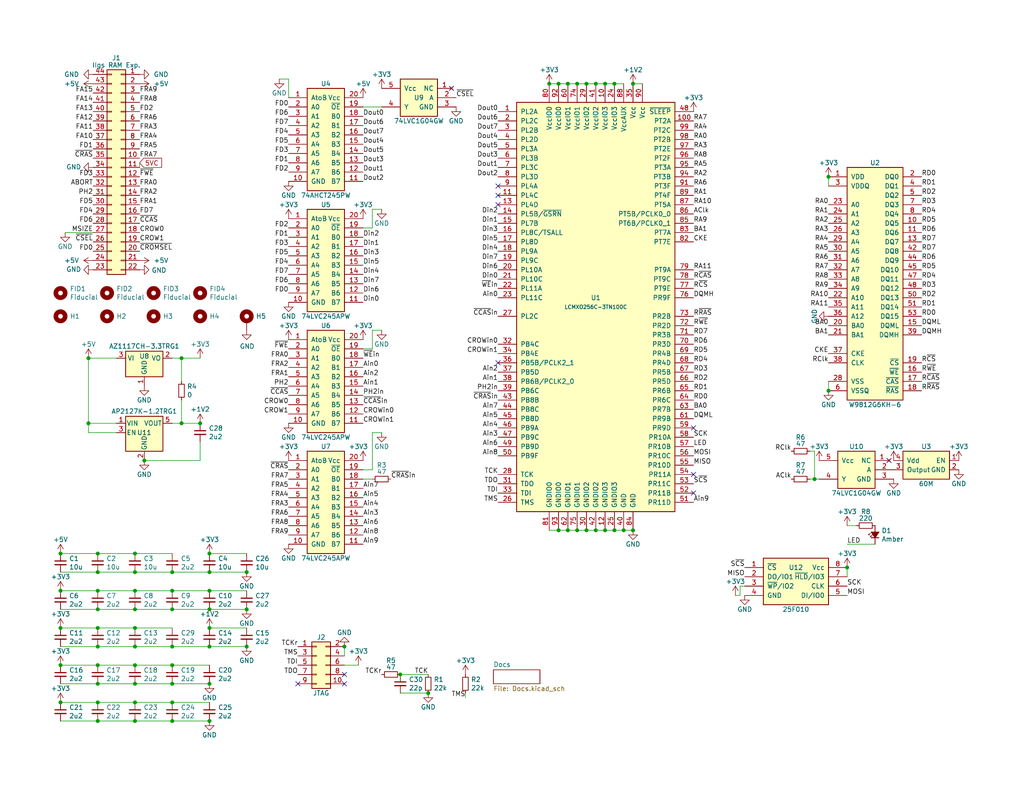
<source format=kicad_sch>
(kicad_sch (version 20230121) (generator eeschema)

  (uuid a3f6dda9-2e80-4e16-9149-caf67df4d359)

  (paper "USLetter")

  (title_block
    (title "GW4201D (RAM2GS II) - LCMXO256 / LCMXO640")
    (date "2024-04-24")
    (rev "2.2")
    (company "Garrett's Workshop")
  )

  

  (junction (at 67.31 166.37) (diameter 0) (color 0 0 0 0)
    (uuid 00cea4ab-8d28-4f5b-b42f-c6f00adead70)
  )
  (junction (at 46.99 186.69) (diameter 0) (color 0 0 0 0)
    (uuid 050e82fb-e70a-4949-b416-8943bdcb799d)
  )
  (junction (at 24.13 97.79) (diameter 0) (color 0 0 0 0)
    (uuid 10f4aa10-e477-4fbf-b6b8-c1799c0574a3)
  )
  (junction (at 167.64 22.86) (diameter 0) (color 0 0 0 0)
    (uuid 11d9958f-5dea-478e-9ac9-76309baeb84b)
  )
  (junction (at 26.67 151.13) (diameter 0) (color 0 0 0 0)
    (uuid 12d72fc6-a64e-485d-9ad6-7bfa22fa3a73)
  )
  (junction (at 226.06 106.68) (diameter 0) (color 0 0 0 0)
    (uuid 193eccc4-95e7-4c36-80b2-704b6a97f8d4)
  )
  (junction (at 57.15 171.45) (diameter 0) (color 0 0 0 0)
    (uuid 1953b7eb-4a13-4878-8aae-895b10a83955)
  )
  (junction (at 36.83 196.85) (diameter 0) (color 0 0 0 0)
    (uuid 197ed6cd-77d8-48b6-ab95-40e550d59f9b)
  )
  (junction (at 16.51 191.77) (diameter 0) (color 0 0 0 0)
    (uuid 23cfe1d8-9883-4657-827b-cb1fc084b5f4)
  )
  (junction (at 36.83 181.61) (diameter 0) (color 0 0 0 0)
    (uuid 2bce216d-e86a-4dce-ba46-c098338d5b07)
  )
  (junction (at 16.51 151.13) (diameter 0) (color 0 0 0 0)
    (uuid 2e42d1ba-f3c3-424f-bc1b-29aa14157762)
  )
  (junction (at 36.83 176.53) (diameter 0) (color 0 0 0 0)
    (uuid 306fe6fc-12bf-4998-bd63-9ba2e14b6bc6)
  )
  (junction (at 16.51 161.29) (diameter 0) (color 0 0 0 0)
    (uuid 3560ba74-e08a-4612-bf6e-c4be25481640)
  )
  (junction (at 157.48 144.78) (diameter 0) (color 0 0 0 0)
    (uuid 35e36603-7dde-4a98-87dc-1395f07ecb7f)
  )
  (junction (at 93.98 176.53) (diameter 0) (color 0 0 0 0)
    (uuid 3cb45491-619e-4637-9646-a399f7890684)
  )
  (junction (at 36.83 166.37) (diameter 0) (color 0 0 0 0)
    (uuid 3e28e381-9002-4bfd-ada3-d1d7aac038aa)
  )
  (junction (at 16.51 171.45) (diameter 0) (color 0 0 0 0)
    (uuid 3e8da0ad-c907-46b9-9b64-09240f000e99)
  )
  (junction (at 46.99 161.29) (diameter 0) (color 0 0 0 0)
    (uuid 42cd63ac-8000-4273-ac49-aef95a85f0f9)
  )
  (junction (at 57.15 176.53) (diameter 0) (color 0 0 0 0)
    (uuid 4b1cd23b-25ce-458f-9f0c-ef104003c7b2)
  )
  (junction (at 26.67 196.85) (diameter 0) (color 0 0 0 0)
    (uuid 4b7e2d23-4561-458d-a871-79209524c6f9)
  )
  (junction (at 26.67 166.37) (diameter 0) (color 0 0 0 0)
    (uuid 5437d17e-f101-4376-8328-2fc9a8be7fe7)
  )
  (junction (at 46.99 191.77) (diameter 0) (color 0 0 0 0)
    (uuid 5a0c452a-76e0-4947-8e7a-662d3f5cdb77)
  )
  (junction (at 162.56 144.78) (diameter 0) (color 0 0 0 0)
    (uuid 5c84e0e8-b733-4082-9d20-ea1cff490500)
  )
  (junction (at 36.83 186.69) (diameter 0) (color 0 0 0 0)
    (uuid 5d6b6993-0931-45b7-ae6a-2a894fb9fea4)
  )
  (junction (at 222.25 130.81) (diameter 0) (color 0 0 0 0)
    (uuid 5ed74f15-4663-40d5-9de6-e0cd9356ef1c)
  )
  (junction (at 157.48 22.86) (diameter 0) (color 0 0 0 0)
    (uuid 5f5e366b-572d-4afd-88d5-f92845434e5e)
  )
  (junction (at 152.4 144.78) (diameter 0) (color 0 0 0 0)
    (uuid 627feea9-42e3-412c-8374-d9bb412470fd)
  )
  (junction (at 154.94 22.86) (diameter 0) (color 0 0 0 0)
    (uuid 6419bd30-832b-42ef-b721-84d8b1ad6c25)
  )
  (junction (at 46.99 156.21) (diameter 0) (color 0 0 0 0)
    (uuid 64fddb53-8e00-4dd9-9386-a420a70869ee)
  )
  (junction (at 36.83 171.45) (diameter 0) (color 0 0 0 0)
    (uuid 6a069582-7d66-4e8a-a468-5839d91fe468)
  )
  (junction (at 36.83 156.21) (diameter 0) (color 0 0 0 0)
    (uuid 76eb941f-0b0f-48c6-9376-cdeade89b8ca)
  )
  (junction (at 67.31 176.53) (diameter 0) (color 0 0 0 0)
    (uuid 7cb0311a-12b8-4380-b56f-df2ae67c8696)
  )
  (junction (at 26.67 161.29) (diameter 0) (color 0 0 0 0)
    (uuid 82980552-598e-4569-b04e-0c630935c47f)
  )
  (junction (at 160.02 22.86) (diameter 0) (color 0 0 0 0)
    (uuid 85f3a75a-875d-41e0-af88-3bd82e43347d)
  )
  (junction (at 57.15 186.69) (diameter 0) (color 0 0 0 0)
    (uuid 8a11f35b-cfa8-4b02-be53-055e9727f802)
  )
  (junction (at 49.53 97.79) (diameter 0) (color 0 0 0 0)
    (uuid 8a3569ae-fd57-428c-8373-45b955268c5c)
  )
  (junction (at 26.67 191.77) (diameter 0) (color 0 0 0 0)
    (uuid 8affa887-3dbe-46ea-a66e-265d16c7a4f9)
  )
  (junction (at 231.14 154.94) (diameter 0) (color 0 0 0 0)
    (uuid 8e5f063b-0c28-45c2-bbe3-63281f5f7e6e)
  )
  (junction (at 24.13 115.57) (diameter 0) (color 0 0 0 0)
    (uuid 91b47516-20cd-46d4-a449-b9674012b507)
  )
  (junction (at 46.99 181.61) (diameter 0) (color 0 0 0 0)
    (uuid 92a9d61d-fd46-44fe-b8bd-75198f90df26)
  )
  (junction (at 172.72 22.86) (diameter 0) (color 0 0 0 0)
    (uuid 982c22f7-4196-400a-86bf-ff0b262901bc)
  )
  (junction (at 165.1 144.78) (diameter 0) (color 0 0 0 0)
    (uuid a57d19a7-3479-456a-aaff-e7343179669d)
  )
  (junction (at 26.67 171.45) (diameter 0) (color 0 0 0 0)
    (uuid a5ea99f8-5832-4b88-a82f-3e814141ddca)
  )
  (junction (at 57.15 166.37) (diameter 0) (color 0 0 0 0)
    (uuid a9690502-2293-4d58-9372-fa9e80024f9d)
  )
  (junction (at 167.64 144.78) (diameter 0) (color 0 0 0 0)
    (uuid aa293d80-c98a-48aa-92a4-e81e702d26f2)
  )
  (junction (at 26.67 186.69) (diameter 0) (color 0 0 0 0)
    (uuid aaf0759c-d8fc-43da-9f2b-c527543d9504)
  )
  (junction (at 154.94 144.78) (diameter 0) (color 0 0 0 0)
    (uuid b1a88bee-15cf-470a-a430-c6a3815cb5ea)
  )
  (junction (at 26.67 176.53) (diameter 0) (color 0 0 0 0)
    (uuid b438b3bb-f57e-4880-99e5-db56bf04771e)
  )
  (junction (at 16.51 181.61) (diameter 0) (color 0 0 0 0)
    (uuid b6b6e5b2-bc54-4cc1-9584-bff612e2206b)
  )
  (junction (at 67.31 156.21) (diameter 0) (color 0 0 0 0)
    (uuid bc9bf578-d03a-4516-a3f9-0c1a35dc4132)
  )
  (junction (at 36.83 161.29) (diameter 0) (color 0 0 0 0)
    (uuid bd202c48-fc3b-47aa-8568-20350e07a93e)
  )
  (junction (at 149.86 22.86) (diameter 0) (color 0 0 0 0)
    (uuid bdea82c1-5a00-4973-b64d-90bc4edbd556)
  )
  (junction (at 116.84 189.23) (diameter 0) (color 0 0 0 0)
    (uuid c029cbc9-ba6e-43f8-ac25-99c225cba500)
  )
  (junction (at 172.72 144.78) (diameter 0) (color 0 0 0 0)
    (uuid c10338e7-182c-4216-909a-a2a1329d55be)
  )
  (junction (at 36.83 151.13) (diameter 0) (color 0 0 0 0)
    (uuid c2a26b64-160d-4874-8de5-61c4d2a53c86)
  )
  (junction (at 57.15 151.13) (diameter 0) (color 0 0 0 0)
    (uuid c2fe315a-63fb-4b9d-8f4d-2fe6beb97c17)
  )
  (junction (at 46.99 196.85) (diameter 0) (color 0 0 0 0)
    (uuid c41491cf-10ee-4e15-905d-60495da9f728)
  )
  (junction (at 162.56 22.86) (diameter 0) (color 0 0 0 0)
    (uuid cc32b15b-73da-4b51-a179-d5e8d6ff9c1c)
  )
  (junction (at 46.99 176.53) (diameter 0) (color 0 0 0 0)
    (uuid cfd82981-7a5e-43d9-be60-c508093b6e98)
  )
  (junction (at 165.1 22.86) (diameter 0) (color 0 0 0 0)
    (uuid d2aa9e8f-1978-420c-be5c-adbd6e15c08a)
  )
  (junction (at 26.67 156.21) (diameter 0) (color 0 0 0 0)
    (uuid d37ef442-ec47-43b9-8f50-dbbe35fd222a)
  )
  (junction (at 49.53 115.57) (diameter 0) (color 0 0 0 0)
    (uuid d3f8f5c4-8be6-4478-8440-15a625d46cae)
  )
  (junction (at 226.06 48.26) (diameter 0) (color 0 0 0 0)
    (uuid d5715adb-8ab0-48c7-97b5-f709d918298c)
  )
  (junction (at 39.37 125.73) (diameter 0) (color 0 0 0 0)
    (uuid d8727556-41b2-493d-9498-03b23e3cfbca)
  )
  (junction (at 36.83 191.77) (diameter 0) (color 0 0 0 0)
    (uuid dd6a5628-ce2c-4458-bc4e-fdee2b8a4303)
  )
  (junction (at 26.67 181.61) (diameter 0) (color 0 0 0 0)
    (uuid e0a68e3b-90a8-4fed-8806-d2785a784637)
  )
  (junction (at 152.4 22.86) (diameter 0) (color 0 0 0 0)
    (uuid e655cb38-d12c-4ad3-a36a-705297fe2d87)
  )
  (junction (at 57.15 156.21) (diameter 0) (color 0 0 0 0)
    (uuid ea2680ce-b8d7-46ee-ab87-636c24e196f8)
  )
  (junction (at 46.99 166.37) (diameter 0) (color 0 0 0 0)
    (uuid ed2491ab-69e0-42cd-aafa-d336360720f3)
  )
  (junction (at 57.15 196.85) (diameter 0) (color 0 0 0 0)
    (uuid ee9df1f5-161f-43a5-936b-85ae1e8ad5d5)
  )
  (junction (at 160.02 144.78) (diameter 0) (color 0 0 0 0)
    (uuid eedbf772-7a5f-4929-b057-b7b2dd47b0b8)
  )
  (junction (at 54.61 115.57) (diameter 0) (color 0 0 0 0)
    (uuid f0235bb0-5ccd-45ef-ac2d-e1b0b231bdf4)
  )
  (junction (at 170.18 144.78) (diameter 0) (color 0 0 0 0)
    (uuid f8ecf57e-7476-4a4b-bf7c-dcc24debe20c)
  )
  (junction (at 109.22 184.15) (diameter 0) (color 0 0 0 0)
    (uuid fbfbe4bc-f059-4f48-aece-0e63e2aa0e47)
  )
  (junction (at 57.15 161.29) (diameter 0) (color 0 0 0 0)
    (uuid fd0d217b-f010-485f-aa68-0d35ee34983d)
  )

  (no_connect (at 189.23 116.84) (uuid 08ac2ace-02bf-4e0f-8bd2-c6504cad27f6))
  (no_connect (at 135.89 53.34) (uuid 0b937a0d-9e93-48e2-ab2c-81da1693adb0))
  (no_connect (at 135.89 99.06) (uuid 10895337-0734-446f-8192-1fba55d70235))
  (no_connect (at 93.98 184.15) (uuid 1d7cb560-69bf-41dc-beba-3c808a42d3ef))
  (no_connect (at 242.57 125.73) (uuid 4ad2ed7f-f83c-47d2-b62d-1c2d31dc756f))
  (no_connect (at 123.19 24.13) (uuid 5902345f-f686-4c82-933e-aba3df845719))
  (no_connect (at 81.28 186.69) (uuid 6031acc3-7c4c-48cf-9a29-8af741ae1f42))
  (no_connect (at 189.23 134.62) (uuid 6a70cf30-9a78-46ea-b452-49560e9b470b))
  (no_connect (at 93.98 186.69) (uuid 76a9932d-6286-4dd0-9277-4d3ee06cd19b))
  (no_connect (at 135.89 55.88) (uuid 7b45be9a-0f14-4c55-ac19-30c40352aa18))
  (no_connect (at 189.23 129.54) (uuid 7f217862-89ab-43ef-8c33-e738e7dffc3d))
  (no_connect (at 135.89 50.8) (uuid bb970f3a-9be6-4388-8f2e-4e1e5de09bdc))

  (wire (pts (xy 67.31 161.29) (xy 57.15 161.29))
    (stroke (width 0) (type default))
    (uuid 00067319-8bd8-4d6f-a2c8-a0d0e83071ba)
  )
  (wire (pts (xy 46.99 156.21) (xy 57.15 156.21))
    (stroke (width 0) (type default))
    (uuid 017dfcea-9db8-4c02-a792-c94be4abc960)
  )
  (wire (pts (xy 160.02 22.86) (xy 157.48 22.86))
    (stroke (width 0) (type default))
    (uuid 02616bb0-ca35-4a86-9b11-ff9b4d05e9cf)
  )
  (wire (pts (xy 157.48 144.78) (xy 154.94 144.78))
    (stroke (width 0) (type default))
    (uuid 027ab2fb-69be-40b9-86f6-27fa81af4000)
  )
  (wire (pts (xy 16.51 166.37) (xy 26.67 166.37))
    (stroke (width 0) (type default))
    (uuid 036e9217-ffcf-4572-ba75-f10f1af4e8b1)
  )
  (wire (pts (xy 46.99 191.77) (xy 57.15 191.77))
    (stroke (width 0) (type default))
    (uuid 05a2b76b-f61b-4e69-a953-3834c8b8851f)
  )
  (wire (pts (xy 46.99 181.61) (xy 57.15 181.61))
    (stroke (width 0) (type default))
    (uuid 0b6669c4-3fb6-4741-91b1-53e9ebf58b02)
  )
  (wire (pts (xy 67.31 151.13) (xy 57.15 151.13))
    (stroke (width 0) (type default))
    (uuid 0bcd3fb6-1bd2-466a-9e6e-190d9f25bedf)
  )
  (wire (pts (xy 16.51 171.45) (xy 26.67 171.45))
    (stroke (width 0) (type default))
    (uuid 0f1ad365-045a-478c-8dc7-3cf7d335f4dd)
  )
  (wire (pts (xy 154.94 22.86) (xy 152.4 22.86))
    (stroke (width 0) (type default))
    (uuid 11006a48-6805-46b6-a0b2-99c08ecf26df)
  )
  (wire (pts (xy 101.6 95.25) (xy 99.06 95.25))
    (stroke (width 0) (type default))
    (uuid 11957b7f-5909-49a0-8a61-2ed9f4ebe92f)
  )
  (wire (pts (xy 101.6 62.23) (xy 99.06 62.23))
    (stroke (width 0) (type default))
    (uuid 11ea2371-37be-4a2c-9a8e-83ed50d47467)
  )
  (wire (pts (xy 36.83 171.45) (xy 46.99 171.45))
    (stroke (width 0) (type default))
    (uuid 1d302c7b-8d6f-4d24-84c0-79791b62b76e)
  )
  (wire (pts (xy 101.6 62.23) (xy 101.6 57.15))
    (stroke (width 0) (type default))
    (uuid 1da15c56-dbca-4a37-a41b-33c64bde8c0c)
  )
  (wire (pts (xy 26.67 166.37) (xy 36.83 166.37))
    (stroke (width 0) (type default))
    (uuid 1fd201a8-d125-43b3-9a80-2662240377e3)
  )
  (wire (pts (xy 157.48 22.86) (xy 154.94 22.86))
    (stroke (width 0) (type default))
    (uuid 20b77dca-7e38-491f-966f-daaabf8ee16c)
  )
  (wire (pts (xy 46.99 176.53) (xy 57.15 176.53))
    (stroke (width 0) (type default))
    (uuid 20bdab28-1c58-4237-b7e8-b1d4d0c37032)
  )
  (wire (pts (xy 36.83 181.61) (xy 46.99 181.61))
    (stroke (width 0) (type default))
    (uuid 20ea7842-2a0d-4b5e-8476-678fec3c6643)
  )
  (wire (pts (xy 36.83 196.85) (xy 46.99 196.85))
    (stroke (width 0) (type default))
    (uuid 3212ab9a-210a-4068-b797-e027d1dc351e)
  )
  (wire (pts (xy 154.94 144.78) (xy 152.4 144.78))
    (stroke (width 0) (type default))
    (uuid 32a4fa14-cca4-4788-bfda-61f39f8cb4bd)
  )
  (wire (pts (xy 101.6 130.81) (xy 99.06 130.81))
    (stroke (width 0) (type default))
    (uuid 3d97b96e-cfd6-4b83-a252-d52c5d0062fa)
  )
  (wire (pts (xy 36.83 186.69) (xy 46.99 186.69))
    (stroke (width 0) (type default))
    (uuid 3f3b4064-fda4-47b5-b045-8a2f9f96c68a)
  )
  (wire (pts (xy 57.15 176.53) (xy 67.31 176.53))
    (stroke (width 0) (type default))
    (uuid 4239eba0-ccf9-4613-bb76-10b1068a986e)
  )
  (wire (pts (xy 26.67 156.21) (xy 36.83 156.21))
    (stroke (width 0) (type default))
    (uuid 44413203-7103-49f4-b40b-3f90a04a9703)
  )
  (wire (pts (xy 116.84 189.23) (xy 109.22 189.23))
    (stroke (width 0) (type default))
    (uuid 46b76150-974c-400f-9588-0e4d2fbce2d9)
  )
  (wire (pts (xy 16.51 186.69) (xy 26.67 186.69))
    (stroke (width 0) (type default))
    (uuid 47430209-8ad7-40b6-9eb5-7c32d276b0a6)
  )
  (wire (pts (xy 36.83 156.21) (xy 46.99 156.21))
    (stroke (width 0) (type default))
    (uuid 49b2445d-cb26-4b6a-bcc1-4bc81ffb35c4)
  )
  (wire (pts (xy 57.15 171.45) (xy 67.31 171.45))
    (stroke (width 0) (type default))
    (uuid 4baf3a18-29c5-4053-ae39-eca6c41a1f90)
  )
  (wire (pts (xy 222.25 130.81) (xy 223.52 130.81))
    (stroke (width 0) (type default))
    (uuid 503d16a6-77b1-4f0c-963c-445a21f839e5)
  )
  (wire (pts (xy 222.25 130.81) (xy 222.25 123.19))
    (stroke (width 0) (type default))
    (uuid 5a379783-3e69-44ba-a6ff-997655390917)
  )
  (wire (pts (xy 101.6 128.27) (xy 99.06 128.27))
    (stroke (width 0) (type default))
    (uuid 5c03b398-17b4-4d21-bdea-66b5beb11a2d)
  )
  (wire (pts (xy 54.61 115.57) (xy 49.53 115.57))
    (stroke (width 0) (type default))
    (uuid 5c583b79-f1f7-4d9b-9f22-562ebc3d7169)
  )
  (wire (pts (xy 226.06 48.26) (xy 226.06 50.8))
    (stroke (width 0) (type default))
    (uuid 5e18705c-1f05-46f2-8155-cfc3ee906333)
  )
  (wire (pts (xy 49.53 104.14) (xy 49.53 97.79))
    (stroke (width 0) (type default))
    (uuid 5fe89fdb-a117-431f-8c31-aac071623a8c)
  )
  (wire (pts (xy 165.1 22.86) (xy 162.56 22.86))
    (stroke (width 0) (type default))
    (uuid 60dafa7f-ded3-428b-bfb8-570342d3f41e)
  )
  (wire (pts (xy 26.67 171.45) (xy 36.83 171.45))
    (stroke (width 0) (type default))
    (uuid 63928c36-84d9-4621-8d4a-02d8aad59252)
  )
  (wire (pts (xy 220.98 130.81) (xy 222.25 130.81))
    (stroke (width 0) (type default))
    (uuid 65b57bca-3c3e-4eb0-ae98-9723432f39f3)
  )
  (wire (pts (xy 162.56 22.86) (xy 160.02 22.86))
    (stroke (width 0) (type default))
    (uuid 6cbec1d7-d1db-4ce6-b136-1d638a8ef3db)
  )
  (wire (pts (xy 101.6 118.11) (xy 101.6 128.27))
    (stroke (width 0) (type default))
    (uuid 6e9a587c-3699-4f25-a0ce-bdc7bb7283e7)
  )
  (wire (pts (xy 36.83 166.37) (xy 46.99 166.37))
    (stroke (width 0) (type default))
    (uuid 70110f7d-72e1-43a9-8640-5ee6e5c1d828)
  )
  (wire (pts (xy 36.83 191.77) (xy 46.99 191.77))
    (stroke (width 0) (type default))
    (uuid 73cd9c92-9d96-4c07-9ff3-450f25777aa0)
  )
  (wire (pts (xy 238.76 148.59) (xy 231.14 148.59))
    (stroke (width 0) (type default))
    (uuid 73ec8c25-b94e-42e3-9b70-391af78ac366)
  )
  (wire (pts (xy 104.14 29.21) (xy 99.06 29.21))
    (stroke (width 0) (type default))
    (uuid 74c79f7c-e2e2-48b5-bc42-a82188c63d79)
  )
  (wire (pts (xy 36.83 151.13) (xy 46.99 151.13))
    (stroke (width 0) (type default))
    (uuid 74ff62ed-4833-456e-951c-d8fa52b8e256)
  )
  (wire (pts (xy 24.13 115.57) (xy 24.13 97.79))
    (stroke (width 0) (type default))
    (uuid 7712b84d-1719-40ad-ab5f-064db1644dec)
  )
  (wire (pts (xy 46.99 196.85) (xy 57.15 196.85))
    (stroke (width 0) (type default))
    (uuid 776b89e0-c318-4a4f-98a3-2331ba680016)
  )
  (wire (pts (xy 31.75 115.57) (xy 24.13 115.57))
    (stroke (width 0) (type default))
    (uuid 790364ab-ce36-489c-bf0a-79b2b2fd0fce)
  )
  (wire (pts (xy 16.51 176.53) (xy 26.67 176.53))
    (stroke (width 0) (type default))
    (uuid 7ab09536-022f-406e-8a6d-505846f2345e)
  )
  (wire (pts (xy 78.74 26.67) (xy 78.74 21.59))
    (stroke (width 0) (type default))
    (uuid 7dad0bbb-e815-4a1d-97fb-cbd332f696b6)
  )
  (wire (pts (xy 167.64 22.86) (xy 165.1 22.86))
    (stroke (width 0) (type default))
    (uuid 7e20ecdc-d7ae-4761-984b-b3b2260255a8)
  )
  (wire (pts (xy 172.72 144.78) (xy 170.18 144.78))
    (stroke (width 0) (type default))
    (uuid 7fa0ce51-e012-41f8-8ce7-4a14ce94e669)
  )
  (wire (pts (xy 201.93 160.02) (xy 201.93 162.56))
    (stroke (width 0) (type default))
    (uuid 81299c9a-65b0-4d55-8252-3a314f432f68)
  )
  (wire (pts (xy 46.99 186.69) (xy 57.15 186.69))
    (stroke (width 0) (type default))
    (uuid 8158e19d-05ea-43df-ad76-c3d1fec39c10)
  )
  (wire (pts (xy 26.67 161.29) (xy 36.83 161.29))
    (stroke (width 0) (type default))
    (uuid 82331480-a4e8-47f9-a6e8-ada209d69973)
  )
  (wire (pts (xy 49.53 115.57) (xy 46.99 115.57))
    (stroke (width 0) (type default))
    (uuid 849e683a-d1e6-4fe4-9974-43b91c82c679)
  )
  (wire (pts (xy 38.1 44.45) (xy 38.1 45.72))
    (stroke (width 0) (type default))
    (uuid 8ad0a09d-c762-4b7e-8155-266c6b91981a)
  )
  (wire (pts (xy 149.86 22.86) (xy 152.4 22.86))
    (stroke (width 0) (type default))
    (uuid 8bff3745-125f-41bf-9bec-045340cf642d)
  )
  (wire (pts (xy 170.18 144.78) (xy 167.64 144.78))
    (stroke (width 0) (type default))
    (uuid 8c1541cd-546d-49c3-a3bf-8f4616f490c3)
  )
  (wire (pts (xy 160.02 144.78) (xy 157.48 144.78))
    (stroke (width 0) (type default))
    (uuid 908d5dc3-8c0c-4755-b0b2-a274f6231514)
  )
  (wire (pts (xy 46.99 166.37) (xy 57.15 166.37))
    (stroke (width 0) (type default))
    (uuid 91adc4d1-22e9-4ec6-b130-98f58490c52d)
  )
  (wire (pts (xy 78.74 21.59) (xy 76.2 21.59))
    (stroke (width 0) (type default))
    (uuid 9227a7ae-3494-4466-859a-258f27a879a6)
  )
  (wire (pts (xy 165.1 144.78) (xy 162.56 144.78))
    (stroke (width 0) (type default))
    (uuid 94277a28-c974-447a-86f4-93fc22131c5e)
  )
  (wire (pts (xy 26.67 191.77) (xy 36.83 191.77))
    (stroke (width 0) (type default))
    (uuid 946ad1f0-b092-491b-8e05-6556fe9b83a7)
  )
  (wire (pts (xy 127 190.5) (xy 127 189.23))
    (stroke (width 0) (type default))
    (uuid 98bc77cb-eb77-4bfb-8690-fa7e1faa4e17)
  )
  (wire (pts (xy 172.72 22.86) (xy 175.26 22.86))
    (stroke (width 0) (type default))
    (uuid 9abc065a-5f48-4bae-9747-b1e5a5292dfc)
  )
  (wire (pts (xy 57.15 156.21) (xy 67.31 156.21))
    (stroke (width 0) (type default))
    (uuid 9b92a990-e9ec-4605-8b8c-cc804ab21386)
  )
  (wire (pts (xy 26.67 151.13) (xy 36.83 151.13))
    (stroke (width 0) (type default))
    (uuid 9e463701-d153-4663-b845-54355d1dc4ef)
  )
  (wire (pts (xy 201.93 162.56) (xy 200.66 162.56))
    (stroke (width 0) (type default))
    (uuid 9ead6b37-d095-4727-9245-22bb8a651084)
  )
  (wire (pts (xy 24.13 118.11) (xy 24.13 115.57))
    (stroke (width 0) (type default))
    (uuid a229384b-1994-41cf-8853-dd591d516e71)
  )
  (wire (pts (xy 26.67 181.61) (xy 36.83 181.61))
    (stroke (width 0) (type default))
    (uuid a6eecc42-eb74-433f-ae5a-e4a1c8799331)
  )
  (wire (pts (xy 16.51 181.61) (xy 26.67 181.61))
    (stroke (width 0) (type default))
    (uuid a7f81e19-e8ce-4beb-ae69-2dd46ddf8a98)
  )
  (wire (pts (xy 203.2 160.02) (xy 201.93 160.02))
    (stroke (width 0) (type default))
    (uuid aabbf700-afa5-4d6f-a3f6-d4bf91b02dff)
  )
  (wire (pts (xy 54.61 97.79) (xy 49.53 97.79))
    (stroke (width 0) (type default))
    (uuid ac6b8783-4860-4216-b8e8-9abdac688847)
  )
  (wire (pts (xy 101.6 95.25) (xy 101.6 90.17))
    (stroke (width 0) (type default))
    (uuid ae2163f9-0eff-4cc1-894b-35288c8cdd3c)
  )
  (wire (pts (xy 54.61 120.65) (xy 54.61 125.73))
    (stroke (width 0) (type default))
    (uuid aea3635c-51e0-48a1-b51e-d3ef5d1ef51a)
  )
  (wire (pts (xy 24.13 97.79) (xy 31.75 97.79))
    (stroke (width 0) (type default))
    (uuid b13978d3-11fe-43c9-b297-eabf587d2543)
  )
  (wire (pts (xy 167.64 22.86) (xy 170.18 22.86))
    (stroke (width 0) (type default))
    (uuid b2cfbf63-6b66-4187-b5a4-1421295b72f8)
  )
  (wire (pts (xy 222.25 123.19) (xy 220.98 123.19))
    (stroke (width 0) (type default))
    (uuid b48c3ede-23bd-4e7a-b6db-c27bd7064d50)
  )
  (wire (pts (xy 231.14 143.51) (xy 233.68 143.51))
    (stroke (width 0) (type default))
    (uuid b8f4856a-d86f-4206-ab9d-c35284c65190)
  )
  (wire (pts (xy 149.86 144.78) (xy 152.4 144.78))
    (stroke (width 0) (type default))
    (uuid bdc9af70-17eb-45e5-918e-0c7d746b1136)
  )
  (wire (pts (xy 101.6 118.11) (xy 104.14 118.11))
    (stroke (width 0) (type default))
    (uuid c4743e13-9ab5-4939-aadd-fa347b8158dd)
  )
  (wire (pts (xy 101.6 90.17) (xy 104.14 90.17))
    (stroke (width 0) (type default))
    (uuid c4af44a5-c812-4ccb-b3f4-c472f1ae7e27)
  )
  (wire (pts (xy 16.51 156.21) (xy 26.67 156.21))
    (stroke (width 0) (type default))
    (uuid c5cfb220-15f2-4e74-b15d-5c8974470d94)
  )
  (wire (pts (xy 54.61 125.73) (xy 39.37 125.73))
    (stroke (width 0) (type default))
    (uuid c96b442d-9cc4-4c14-873d-b1681f23d7fc)
  )
  (wire (pts (xy 49.53 109.22) (xy 49.53 115.57))
    (stroke (width 0) (type default))
    (uuid cc0b063c-3be7-4913-8699-67b3abdbccb2)
  )
  (wire (pts (xy 162.56 144.78) (xy 160.02 144.78))
    (stroke (width 0) (type default))
    (uuid cc9d9dbf-96f3-4447-bd8f-9f0cf9d4ad29)
  )
  (wire (pts (xy 226.06 106.68) (xy 226.06 104.14))
    (stroke (width 0) (type default))
    (uuid ce47ec78-1f68-4974-ac4e-5b41a9d34b1a)
  )
  (wire (pts (xy 16.51 161.29) (xy 26.67 161.29))
    (stroke (width 0) (type default))
    (uuid cf3565e1-cf7b-49b5-a53f-f0503e5b07c2)
  )
  (wire (pts (xy 17.78 63.5) (xy 25.4 63.5))
    (stroke (width 0) (type default))
    (uuid d023565f-b84f-4c82-8860-340c658a71b5)
  )
  (wire (pts (xy 36.83 176.53) (xy 46.99 176.53))
    (stroke (width 0) (type default))
    (uuid d1e70be4-719b-46c9-88d6-b019ea5d0df0)
  )
  (wire (pts (xy 57.15 166.37) (xy 67.31 166.37))
    (stroke (width 0) (type default))
    (uuid d6905e29-e338-4c6c-b41a-64c54f3585bd)
  )
  (wire (pts (xy 167.64 144.78) (xy 165.1 144.78))
    (stroke (width 0) (type default))
    (uuid d92e4a2b-fa0d-4a0c-adaf-d6f6293cf7f8)
  )
  (wire (pts (xy 26.67 186.69) (xy 36.83 186.69))
    (stroke (width 0) (type default))
    (uuid d9ef19de-1fde-43bf-8b6b-b83a8cd0ac70)
  )
  (wire (pts (xy 231.14 154.94) (xy 231.14 157.48))
    (stroke (width 0) (type default))
    (uuid db87f825-defa-4f0e-ad3e-bea6e818ccf0)
  )
  (wire (pts (xy 16.51 196.85) (xy 26.67 196.85))
    (stroke (width 0) (type default))
    (uuid e0bdb141-2b44-41cd-91ed-ec94389fca73)
  )
  (wire (pts (xy 26.67 196.85) (xy 36.83 196.85))
    (stroke (width 0) (type default))
    (uuid e26f0f4c-e048-4301-8783-2ffcbdd9e1b4)
  )
  (wire (pts (xy 49.53 97.79) (xy 46.99 97.79))
    (stroke (width 0) (type default))
    (uuid e319221b-0426-4169-b9ff-101764e07809)
  )
  (wire (pts (xy 16.51 151.13) (xy 26.67 151.13))
    (stroke (width 0) (type default))
    (uuid e3c82602-3b4e-4524-a810-fb8fa0a5df58)
  )
  (wire (pts (xy 101.6 57.15) (xy 104.14 57.15))
    (stroke (width 0) (type default))
    (uuid e4131c8d-3748-43b0-880b-64bfe9a25bf1)
  )
  (wire (pts (xy 31.75 118.11) (xy 24.13 118.11))
    (stroke (width 0) (type default))
    (uuid e769144a-6410-4698-812c-dfd102f2c83f)
  )
  (wire (pts (xy 16.51 191.77) (xy 26.67 191.77))
    (stroke (width 0) (type default))
    (uuid ea6a16f2-0bb5-44b9-823b-c7bca49b87fa)
  )
  (wire (pts (xy 36.83 161.29) (xy 46.99 161.29))
    (stroke (width 0) (type default))
    (uuid eaac3394-e380-487f-aae5-338562b2751b)
  )
  (wire (pts (xy 93.98 176.53) (xy 93.98 179.07))
    (stroke (width 0) (type default))
    (uuid eab149e0-c3ab-48af-8262-59b404958c7f)
  )
  (wire (pts (xy 116.84 184.15) (xy 109.22 184.15))
    (stroke (width 0) (type default))
    (uuid ec0cc3ee-15d8-4e72-b0a0-62bf932eb470)
  )
  (wire (pts (xy 97.79 181.61) (xy 93.98 181.61))
    (stroke (width 0) (type default))
    (uuid f20784ce-285d-4688-b8ac-0f5dc5ca2245)
  )
  (wire (pts (xy 46.99 161.29) (xy 57.15 161.29))
    (stroke (width 0) (type default))
    (uuid f4dda49c-9551-4e8c-b0a8-bb7da71a7a82)
  )
  (wire (pts (xy 26.67 176.53) (xy 36.83 176.53))
    (stroke (width 0) (type default))
    (uuid ff573984-b1f0-48bd-b075-8f6765812140)
  )

  (label "Ain1" (at 99.06 105.41 0) (fields_autoplaced)
    (effects (font (size 1.27 1.27)) (justify left bottom))
    (uuid 04e51c2f-a1ec-4865-b90d-d7101a034fe3)
  )
  (label "FD2" (at 78.74 62.23 180) (fields_autoplaced)
    (effects (font (size 1.27 1.27)) (justify right bottom))
    (uuid 057fd2c1-592b-46ae-9a79-2ea3cc477e18)
  )
  (label "RA4" (at 226.06 66.04 180) (fields_autoplaced)
    (effects (font (size 1.27 1.27)) (justify right bottom))
    (uuid 060309f1-8c69-4ed4-a59f-27ae5e810d14)
  )
  (label "Ain3" (at 135.89 119.38 180) (fields_autoplaced)
    (effects (font (size 1.27 1.27)) (justify right bottom))
    (uuid 07b4ced2-6d20-481c-b78e-b742b61e4d69)
  )
  (label "Ain2" (at 99.06 102.87 0) (fields_autoplaced)
    (effects (font (size 1.27 1.27)) (justify left bottom))
    (uuid 08381fe6-ee33-4960-aa13-2a33a4fd6d03)
  )
  (label "RD6" (at 251.46 63.5 0) (fields_autoplaced)
    (effects (font (size 1.27 1.27)) (justify left bottom))
    (uuid 08df10a9-1956-465b-809d-e58c3d73266e)
  )
  (label "FD5" (at 78.74 69.85 180) (fields_autoplaced)
    (effects (font (size 1.27 1.27)) (justify right bottom))
    (uuid 08f02ebe-ae8f-46eb-a71c-8302f3097937)
  )
  (label "TMS" (at 81.28 179.07 180) (fields_autoplaced)
    (effects (font (size 1.27 1.27)) (justify right bottom))
    (uuid 09b97195-4a22-45a3-9f4f-4fd37078073f)
  )
  (label "RD7" (at 251.46 66.04 0) (fields_autoplaced)
    (effects (font (size 1.27 1.27)) (justify left bottom))
    (uuid 0b7305f0-910c-4fca-8516-f5b833910ce9)
  )
  (label "Din5" (at 135.89 66.04 180) (fields_autoplaced)
    (effects (font (size 1.27 1.27)) (justify right bottom))
    (uuid 0bed3cdd-339b-461d-a2e7-2b562f2200f6)
  )
  (label "Ain6" (at 99.06 143.51 0) (fields_autoplaced)
    (effects (font (size 1.27 1.27)) (justify left bottom))
    (uuid 0c576c51-ea44-48e9-abfe-1d4eafe38a07)
  )
  (label "RA5" (at 226.06 68.58 180) (fields_autoplaced)
    (effects (font (size 1.27 1.27)) (justify right bottom))
    (uuid 0e013b31-f508-4b44-b8bd-f8e54c2048fd)
  )
  (label "RA10" (at 226.06 81.28 180) (fields_autoplaced)
    (effects (font (size 1.27 1.27)) (justify right bottom))
    (uuid 0e0345d7-bac6-4530-b460-0c7bac4f0eed)
  )
  (label "TDO" (at 81.28 184.15 180) (fields_autoplaced)
    (effects (font (size 1.27 1.27)) (justify right bottom))
    (uuid 0f10edda-80d2-467a-8807-bd572d4bb4be)
  )
  (label "RClk" (at 226.06 99.06 180) (fields_autoplaced)
    (effects (font (size 1.27 1.27)) (justify right bottom))
    (uuid 13c8c350-1622-4bc1-acef-fec7d290c5a5)
  )
  (label "FA13" (at 25.4 30.48 180) (fields_autoplaced)
    (effects (font (size 1.27 1.27)) (justify right bottom))
    (uuid 144af23c-2fae-4c74-af8a-a0368620583f)
  )
  (label "RD5" (at 189.23 96.52 0) (fields_autoplaced)
    (effects (font (size 1.27 1.27)) (justify left bottom))
    (uuid 1494feb0-58cb-4cb8-aa55-ddea0649ba7d)
  )
  (label "RA8" (at 226.06 76.2 180) (fields_autoplaced)
    (effects (font (size 1.27 1.27)) (justify right bottom))
    (uuid 177adcc5-e5a2-42b0-9d4e-d822c456f6aa)
  )
  (label "CROWin1" (at 135.89 96.52 180) (fields_autoplaced)
    (effects (font (size 1.27 1.27)) (justify right bottom))
    (uuid 1797293c-78c7-40fc-89a4-5721d299b1a0)
  )
  (label "RD0" (at 251.46 86.36 0) (fields_autoplaced)
    (effects (font (size 1.27 1.27)) (justify left bottom))
    (uuid 184e6412-8fa2-40f1-b91b-d0bdcb65dcca)
  )
  (label "FD5" (at 78.74 39.37 180) (fields_autoplaced)
    (effects (font (size 1.27 1.27)) (justify right bottom))
    (uuid 19e2ed35-bf2a-4ca1-b528-fbd7c6e12560)
  )
  (label "Ain9" (at 189.23 137.16 0) (fields_autoplaced)
    (effects (font (size 1.27 1.27)) (justify left bottom))
    (uuid 1a95b95b-8109-489b-a77d-81f546b3846f)
  )
  (label "FRA2" (at 38.1 53.34 0) (fields_autoplaced)
    (effects (font (size 1.27 1.27)) (justify left bottom))
    (uuid 1e8f6970-9ac8-42c0-9cd8-e4e3da729f7e)
  )
  (label "CKE" (at 226.06 96.52 180) (fields_autoplaced)
    (effects (font (size 1.27 1.27)) (justify right bottom))
    (uuid 1f5c8b9a-2f4e-4862-b66c-0fe2c3d70515)
  )
  (label "DQMH" (at 251.46 91.44 0) (fields_autoplaced)
    (effects (font (size 1.27 1.27)) (justify left bottom))
    (uuid 21889136-f1d1-4f33-b874-10f57ad7173e)
  )
  (label "Dout7" (at 99.06 36.83 0) (fields_autoplaced)
    (effects (font (size 1.27 1.27)) (justify left bottom))
    (uuid 24cb2be7-8047-491c-a567-7b45356fe0b0)
  )
  (label "TDI" (at 135.89 134.62 180) (fields_autoplaced)
    (effects (font (size 1.27 1.27)) (justify right bottom))
    (uuid 253b6898-368a-4393-826a-6baff6d64152)
  )
  (label "CROWin1" (at 99.06 115.57 0) (fields_autoplaced)
    (effects (font (size 1.27 1.27)) (justify left bottom))
    (uuid 25be365e-5dd2-443c-8de8-43abbf544e0d)
  )
  (label "Ain8" (at 135.89 124.46 180) (fields_autoplaced)
    (effects (font (size 1.27 1.27)) (justify right bottom))
    (uuid 267d84c5-dbb9-4333-bece-24066b91617a)
  )
  (label "RClk" (at 215.9 123.19 180) (fields_autoplaced)
    (effects (font (size 1.27 1.27)) (justify right bottom))
    (uuid 270b480b-5188-47e0-9b15-b5dee76a4b80)
  )
  (label "RD1" (at 251.46 83.82 0) (fields_autoplaced)
    (effects (font (size 1.27 1.27)) (justify left bottom))
    (uuid 2a3af7d5-c911-4e55-9ac0-ece4101765ae)
  )
  (label "FA14" (at 25.4 27.94 180) (fields_autoplaced)
    (effects (font (size 1.27 1.27)) (justify right bottom))
    (uuid 2ae4947b-6c1e-43af-9893-c85b85961746)
  )
  (label "R~{CAS}" (at 189.23 76.2 0) (fields_autoplaced)
    (effects (font (size 1.27 1.27)) (justify left bottom))
    (uuid 2d283f04-d44b-4b46-b8a1-547628a5cf1b)
  )
  (label "~{CCAS}" (at 38.1 60.96 0) (fields_autoplaced)
    (effects (font (size 1.27 1.27)) (justify left bottom))
    (uuid 2de63571-1f96-4465-8cfc-47c837d816f5)
  )
  (label "FD2" (at 38.1 30.48 0) (fields_autoplaced)
    (effects (font (size 1.27 1.27)) (justify left bottom))
    (uuid 3017e12b-c889-4a48-92aa-840857d81d4d)
  )
  (label "Ain7" (at 135.89 111.76 180) (fields_autoplaced)
    (effects (font (size 1.27 1.27)) (justify right bottom))
    (uuid 32e1397e-fa8b-4aff-aba5-da557c4d8348)
  )
  (label "TDI" (at 81.28 181.61 180) (fields_autoplaced)
    (effects (font (size 1.27 1.27)) (justify right bottom))
    (uuid 336f2dec-d5d8-48c9-b08d-8c8b36942188)
  )
  (label "RA4" (at 189.23 35.56 0) (fields_autoplaced)
    (effects (font (size 1.27 1.27)) (justify left bottom))
    (uuid 3397c790-f67a-496c-b160-fcd312a13e12)
  )
  (label "RD0" (at 189.23 109.22 0) (fields_autoplaced)
    (effects (font (size 1.27 1.27)) (justify left bottom))
    (uuid 34418ece-7747-40de-81b6-36f727c04fb9)
  )
  (label "S~{CS}" (at 203.2 154.94 180) (fields_autoplaced)
    (effects (font (size 1.27 1.27)) (justify right bottom))
    (uuid 382289ee-878a-4a0f-8ee3-dc2c416fe2de)
  )
  (label "FA12" (at 25.4 33.02 180) (fields_autoplaced)
    (effects (font (size 1.27 1.27)) (justify right bottom))
    (uuid 38fa6039-9dce-4bc8-870e-8b9aa2e0b80d)
  )
  (label "MSIZE" (at 25.4 63.5 180) (fields_autoplaced)
    (effects (font (size 1.27 1.27)) (justify right bottom))
    (uuid 39f34a68-7d75-4c62-8a44-eb8c9f07964f)
  )
  (label "FA10" (at 25.4 38.1 180) (fields_autoplaced)
    (effects (font (size 1.27 1.27)) (justify right bottom))
    (uuid 3dfa9f3a-da82-45cc-a98c-4aa49e30b566)
  )
  (label "RA11" (at 226.06 83.82 180) (fields_autoplaced)
    (effects (font (size 1.27 1.27)) (justify right bottom))
    (uuid 3e9b81b5-c473-4d21-9040-748caf39a906)
  )
  (label "Dout6" (at 99.06 34.29 0) (fields_autoplaced)
    (effects (font (size 1.27 1.27)) (justify left bottom))
    (uuid 3eeda6c1-2e6c-47d1-af38-6e551416f63e)
  )
  (label "RA0" (at 226.06 55.88 180) (fields_autoplaced)
    (effects (font (size 1.27 1.27)) (justify right bottom))
    (uuid 3f63eaae-ee81-4a45-bd61-5611e7870f17)
  )
  (label "Din3" (at 135.89 63.5 180) (fields_autoplaced)
    (effects (font (size 1.27 1.27)) (justify right bottom))
    (uuid 4576fd5b-1196-4c77-9e81-3bea7101d40b)
  )
  (label "R~{CS}" (at 251.46 99.06 0) (fields_autoplaced)
    (effects (font (size 1.27 1.27)) (justify left bottom))
    (uuid 460859fa-ce65-4d57-9147-f5cb1cda1edf)
  )
  (label "TDO" (at 135.89 132.08 180) (fields_autoplaced)
    (effects (font (size 1.27 1.27)) (justify right bottom))
    (uuid 46b157d8-4fc7-41f3-b0af-4f92af387c7c)
  )
  (label "FD3" (at 78.74 41.91 180) (fields_autoplaced)
    (effects (font (size 1.27 1.27)) (justify right bottom))
    (uuid 473787a2-218e-48d2-b524-e96ae34f88f9)
  )
  (label "~{CCAS}in" (at 99.06 110.49 0) (fields_autoplaced)
    (effects (font (size 1.27 1.27)) (justify left bottom))
    (uuid 48754283-5e93-4016-bfe6-f89c1d3ac429)
  )
  (label "Ain4" (at 135.89 116.84 180) (fields_autoplaced)
    (effects (font (size 1.27 1.27)) (justify right bottom))
    (uuid 48fa6fc1-3883-4870-a375-5f016232c23a)
  )
  (label "CROW0" (at 78.74 110.49 180) (fields_autoplaced)
    (effects (font (size 1.27 1.27)) (justify right bottom))
    (uuid 4bbcf4ae-40ff-4549-9a3d-4459a3dc7ade)
  )
  (label "Ain6" (at 135.89 121.92 180) (fields_autoplaced)
    (effects (font (size 1.27 1.27)) (justify right bottom))
    (uuid 4d5506ca-6de0-4134-8eeb-e0846daa4b60)
  )
  (label "RA3" (at 226.06 63.5 180) (fields_autoplaced)
    (effects (font (size 1.27 1.27)) (justify right bottom))
    (uuid 535e83db-a8b7-4f1e-b0de-dab30e034201)
  )
  (label "Dout4" (at 135.89 38.1 180) (fields_autoplaced)
    (effects (font (size 1.27 1.27)) (justify right bottom))
    (uuid 5384f00f-d1cb-4ee0-aa7f-583842be6f71)
  )
  (label "Din1" (at 99.06 67.31 0) (fields_autoplaced)
    (effects (font (size 1.27 1.27)) (justify left bottom))
    (uuid 540d3ea8-534e-4165-92c1-b6cbaebe387d)
  )
  (label "RD6" (at 251.46 71.12 0) (fields_autoplaced)
    (effects (font (size 1.27 1.27)) (justify left bottom))
    (uuid 5600a4ef-f630-49b8-b9fe-730c7ad9b4c1)
  )
  (label "PH2" (at 25.4 53.34 180) (fields_autoplaced)
    (effects (font (size 1.27 1.27)) (justify right bottom))
    (uuid 56a3e5ad-4e24-43d4-bddd-b104c4ca409d)
  )
  (label "PH2in" (at 99.06 107.95 0) (fields_autoplaced)
    (effects (font (size 1.27 1.27)) (justify left bottom))
    (uuid 587e1edd-9986-4af2-955c-5476f135aa89)
  )
  (label "Ain2" (at 135.89 101.6 180) (fields_autoplaced)
    (effects (font (size 1.27 1.27)) (justify right bottom))
    (uuid 594107ed-fb9e-4f9e-9154-3f3c1029baf1)
  )
  (label "AClk" (at 189.23 58.42 0) (fields_autoplaced)
    (effects (font (size 1.27 1.27)) (justify left bottom))
    (uuid 594b8557-ad59-43e8-ab5b-d2f6ee373cfe)
  )
  (label "Dout1" (at 135.89 45.72 180) (fields_autoplaced)
    (effects (font (size 1.27 1.27)) (justify right bottom))
    (uuid 5a756a00-90d6-4a71-9ea1-39e29cf435e7)
  )
  (label "Ain5" (at 99.06 135.89 0) (fields_autoplaced)
    (effects (font (size 1.27 1.27)) (justify left bottom))
    (uuid 5a8e14b3-be18-4fcd-ba2c-054568ccf3b5)
  )
  (label "R~{WE}" (at 251.46 101.6 0) (fields_autoplaced)
    (effects (font (size 1.27 1.27)) (justify left bottom))
    (uuid 5b59547c-e6f7-4921-9df1-aa1eabd96780)
  )
  (label "FA11" (at 25.4 35.56 180) (fields_autoplaced)
    (effects (font (size 1.27 1.27)) (justify right bottom))
    (uuid 5c1000b3-7894-4687-b239-c5372615eb3a)
  )
  (label "Din4" (at 135.89 68.58 180) (fields_autoplaced)
    (effects (font (size 1.27 1.27)) (justify right bottom))
    (uuid 5d470003-fa02-4360-b981-7e409273fede)
  )
  (label "FRA6" (at 78.74 140.97 180) (fields_autoplaced)
    (effects (font (size 1.27 1.27)) (justify right bottom))
    (uuid 5f21786e-0401-4667-b6da-d2b9769dfc23)
  )
  (label "RD2" (at 251.46 53.34 0) (fields_autoplaced)
    (effects (font (size 1.27 1.27)) (justify left bottom))
    (uuid 613dfde5-cc73-4124-9c67-e09fdeb0f020)
  )
  (label "~{CCAS}" (at 78.74 107.95 180) (fields_autoplaced)
    (effects (font (size 1.27 1.27)) (justify right bottom))
    (uuid 61d3f79c-9d5a-4b31-a737-35b6a990325f)
  )
  (label "TCK" (at 135.89 129.54 180) (fields_autoplaced)
    (effects (font (size 1.27 1.27)) (justify right bottom))
    (uuid 627b6332-a022-4661-9cf6-1e2f4f94edea)
  )
  (label "Din5" (at 99.06 72.39 0) (fields_autoplaced)
    (effects (font (size 1.27 1.27)) (justify left bottom))
    (uuid 63de44ce-db14-4c06-b587-8e08b574feca)
  )
  (label "~{CROMSEL}" (at 38.1 68.58 0) (fields_autoplaced)
    (effects (font (size 1.27 1.27)) (justify left bottom))
    (uuid 63e6765a-8da7-4292-813d-30c874045222)
  )
  (label "Dout4" (at 99.06 39.37 0) (fields_autoplaced)
    (effects (font (size 1.27 1.27)) (justify left bottom))
    (uuid 640aaac1-13bf-4084-a4cd-71e82d9c5cd7)
  )
  (label "RA2" (at 189.23 48.26 0) (fields_autoplaced)
    (effects (font (size 1.27 1.27)) (justify left bottom))
    (uuid 642be3bc-5849-4b55-8958-e561f4ae67a5)
  )
  (label "FD3" (at 78.74 67.31 180) (fields_autoplaced)
    (effects (font (size 1.27 1.27)) (justify right bottom))
    (uuid 657b3834-8535-4cb2-a7bc-0453d119d96e)
  )
  (label "Din0" (at 135.89 76.2 180) (fields_autoplaced)
    (effects (font (size 1.27 1.27)) (justify right bottom))
    (uuid 65e99754-b2b2-4fb2-afa9-da952ab69355)
  )
  (label "RA6" (at 226.06 71.12 180) (fields_autoplaced)
    (effects (font (size 1.27 1.27)) (justify right bottom))
    (uuid 6926f526-1d5c-4584-b3b8-485c183afe44)
  )
  (label "Din0" (at 99.06 82.55 0) (fields_autoplaced)
    (effects (font (size 1.27 1.27)) (justify left bottom))
    (uuid 694ba30c-b28d-4828-a83c-ad39ed5f6797)
  )
  (label "~{FWE}" (at 78.74 95.25 180) (fields_autoplaced)
    (effects (font (size 1.27 1.27)) (justify right bottom))
    (uuid 6a99ed66-f569-4b0f-951c-3033877d5599)
  )
  (label "Dout3" (at 99.06 44.45 0) (fields_autoplaced)
    (effects (font (size 1.27 1.27)) (justify left bottom))
    (uuid 6bcf0a64-d4bc-49be-958d-fd512b11aae7)
  )
  (label "Ain0" (at 135.89 81.28 180) (fields_autoplaced)
    (effects (font (size 1.27 1.27)) (justify right bottom))
    (uuid 6f3673f1-d4ba-4e5c-8a95-8aace23d5c41)
  )
  (label "~{CRAS}in" (at 135.89 109.22 180) (fields_autoplaced)
    (effects (font (size 1.27 1.27)) (justify right bottom))
    (uuid 6f6de7c8-1b21-45d5-904e-a3368f63c33a)
  )
  (label "R~{RAS}" (at 189.23 86.36 0) (fields_autoplaced)
    (effects (font (size 1.27 1.27)) (justify left bottom))
    (uuid 70a11571-d67b-4866-8c9a-df3923096f7a)
  )
  (label "FRA3" (at 78.74 138.43 180) (fields_autoplaced)
    (effects (font (size 1.27 1.27)) (justify right bottom))
    (uuid 715807b8-88ca-404b-86a6-fcf040c724ac)
  )
  (label "Din3" (at 99.06 69.85 0) (fields_autoplaced)
    (effects (font (size 1.27 1.27)) (justify left bottom))
    (uuid 717d64c7-47f5-4d46-abaf-fb5efefae08e)
  )
  (label "FD0" (at 78.74 80.01 180) (fields_autoplaced)
    (effects (font (size 1.27 1.27)) (justify right bottom))
    (uuid 71fd6df8-07c7-41cc-92ae-d34223045eb5)
  )
  (label "FD4" (at 78.74 36.83 180) (fields_autoplaced)
    (effects (font (size 1.27 1.27)) (justify right bottom))
    (uuid 728678ed-2137-4656-8a33-64c6c97eaac3)
  )
  (label "RA1" (at 189.23 53.34 0) (fields_autoplaced)
    (effects (font (size 1.27 1.27)) (justify left bottom))
    (uuid 73e04181-5a13-43ae-970d-e32ce700c3c5)
  )
  (label "RD1" (at 251.46 50.8 0) (fields_autoplaced)
    (effects (font (size 1.27 1.27)) (justify left bottom))
    (uuid 745a0630-fd90-4994-ba4f-4f1efecc5c8b)
  )
  (label "FD5" (at 25.4 55.88 180) (fields_autoplaced)
    (effects (font (size 1.27 1.27)) (justify right bottom))
    (uuid 782eee8c-5d84-4ef1-a89c-b4be9ce1d6aa)
  )
  (label "RD7" (at 189.23 91.44 0) (fields_autoplaced)
    (effects (font (size 1.27 1.27)) (justify left bottom))
    (uuid 78d2e39b-21d4-4691-8a2a-a1df42ddaf05)
  )
  (label "FD1" (at 78.74 44.45 180) (fields_autoplaced)
    (effects (font (size 1.27 1.27)) (justify right bottom))
    (uuid 7ac10d32-af62-4e44-bd82-1a3b877668a5)
  )
  (label "CROW1" (at 38.1 66.04 0) (fields_autoplaced)
    (effects (font (size 1.27 1.27)) (justify left bottom))
    (uuid 7b536490-ce92-4231-94aa-9de7142326ae)
  )
  (label "FRA8" (at 78.74 143.51 180) (fields_autoplaced)
    (effects (font (size 1.27 1.27)) (justify right bottom))
    (uuid 7bd7b325-9c55-4fa5-81b2-b6d622f77720)
  )
  (label "FRA8" (at 38.1 27.94 0) (fields_autoplaced)
    (effects (font (size 1.27 1.27)) (justify left bottom))
    (uuid 7c84d8ff-4600-4aa8-851d-f2913ca43805)
  )
  (label "MOSI" (at 231.14 162.56 0) (fields_autoplaced)
    (effects (font (size 1.27 1.27)) (justify left bottom))
    (uuid 7d010795-caed-4c13-bc42-9e301a2a486d)
  )
  (label "FA15" (at 25.4 25.4 180) (fields_autoplaced)
    (effects (font (size 1.27 1.27)) (justify right bottom))
    (uuid 7fdb6c07-48ad-455c-be66-bf7ca850fcdf)
  )
  (label "DQML" (at 251.46 88.9 0) (fields_autoplaced)
    (effects (font (size 1.27 1.27)) (justify left bottom))
    (uuid 7fee61b0-b8c2-4d58-a3b2-0a995d949a8f)
  )
  (label "Dout2" (at 135.89 48.26 180) (fields_autoplaced)
    (effects (font (size 1.27 1.27)) (justify right bottom))
    (uuid 80b70cc2-9f18-4a2f-b7a3-7e7414c5540e)
  )
  (label "RD4" (at 251.46 76.2 0) (fields_autoplaced)
    (effects (font (size 1.27 1.27)) (justify left bottom))
    (uuid 815f55b2-c4fc-4b85-b3ba-14037837d361)
  )
  (label "CKE" (at 189.23 66.04 0) (fields_autoplaced)
    (effects (font (size 1.27 1.27)) (justify left bottom))
    (uuid 822153f8-4e6c-4a03-a2c8-e2278532b83c)
  )
  (label "FD7" (at 38.1 58.42 0) (fields_autoplaced)
    (effects (font (size 1.27 1.27)) (justify left bottom))
    (uuid 82716f53-2402-4976-824c-d9d857636929)
  )
  (label "Ain0" (at 99.06 100.33 0) (fields_autoplaced)
    (effects (font (size 1.27 1.27)) (justify left bottom))
    (uuid 8298c7c1-7b00-423b-9e26-804065db24ff)
  )
  (label "MISO" (at 203.2 157.48 180) (fields_autoplaced)
    (effects (font (size 1.27 1.27)) (justify right bottom))
    (uuid 83099c2a-d576-4fbb-9b51-c916234b6f21)
  )
  (label "FRA5" (at 78.74 133.35 180) (fields_autoplaced)
    (effects (font (size 1.27 1.27)) (justify right bottom))
    (uuid 83245878-2e55-454e-b05b-50ca26cda0ce)
  )
  (label "Dout1" (at 99.06 46.99 0) (fields_autoplaced)
    (effects (font (size 1.27 1.27)) (justify left bottom))
    (uuid 84a9fac4-585b-478a-98b3-b166e0ab2b41)
  )
  (label "FRA0" (at 78.74 97.79 180) (fields_autoplaced)
    (effects (font (size 1.27 1.27)) (justify right bottom))
    (uuid 84e005f5-c706-46e1-a12b-d750317831ff)
  )
  (label "~{CSEL}" (at 124.46 26.67 0) (fields_autoplaced)
    (effects (font (size 1.27 1.27)) (justify left bottom))
    (uuid 854ee7de-3c77-43ae-8990-3adac632ca5e)
  )
  (label "Ain9" (at 99.06 148.59 0) (fields_autoplaced)
    (effects (font (size 1.27 1.27)) (justify left bottom))
    (uuid 858faf63-adb7-4c81-a02e-578a8dafd9eb)
  )
  (label "FRA5" (at 38.1 40.64 0) (fields_autoplaced)
    (effects (font (size 1.27 1.27)) (justify left bottom))
    (uuid 8a3329d4-97db-400d-a4cd-df73d4208b7b)
  )
  (label "RD3" (at 251.46 78.74 0) (fields_autoplaced)
    (effects (font (size 1.27 1.27)) (justify left bottom))
    (uuid 8a8c2b06-22b8-43c2-b87a-fc3f1100c729)
  )
  (label "Dout6" (at 135.89 33.02 180) (fields_autoplaced)
    (effects (font (size 1.27 1.27)) (justify right bottom))
    (uuid 8ce9f447-fe8c-4cd0-ae1b-25d2033404c3)
  )
  (label "FRA7" (at 78.74 130.81 180) (fields_autoplaced)
    (effects (font (size 1.27 1.27)) (justify right bottom))
    (uuid 8ee87b9d-5ed7-4413-94b9-9d6d14291a72)
  )
  (label "RA7" (at 226.06 73.66 180) (fields_autoplaced)
    (effects (font (size 1.27 1.27)) (justify right bottom))
    (uuid 8f0a7bd8-b650-4e10-8143-c944d40af979)
  )
  (label "FRA7" (at 38.1 43.18 0) (fields_autoplaced)
    (effects (font (size 1.27 1.27)) (justify left bottom))
    (uuid 8f66beec-14f4-4377-b2a0-127346bc0a62)
  )
  (label "FD6" (at 78.74 77.47 180) (fields_autoplaced)
    (effects (font (size 1.27 1.27)) (justify right bottom))
    (uuid 901bf25b-7551-43ec-8ec1-5d96f112e74d)
  )
  (label "RD5" (at 251.46 73.66 0) (fields_autoplaced)
    (effects (font (size 1.27 1.27)) (justify left bottom))
    (uuid 90a7ced0-6db5-4a08-b5ac-5c35de10ec4e)
  )
  (label "Din2" (at 135.89 58.42 180) (fields_autoplaced)
    (effects (font (size 1.27 1.27)) (justify right bottom))
    (uuid 912073cc-9b1f-49e3-8992-23e2373a9f2e)
  )
  (label "Din1" (at 135.89 60.96 180) (fields_autoplaced)
    (effects (font (size 1.27 1.27)) (justify right bottom))
    (uuid 919ee11f-a389-4bce-bfb4-8a17e1ab70d6)
  )
  (label "RA10" (at 189.23 55.88 0) (fields_autoplaced)
    (effects (font (size 1.27 1.27)) (justify left bottom))
    (uuid 91a77031-164e-45ae-ad2f-d11f42fec6cb)
  )
  (label "Din7" (at 135.89 71.12 180) (fields_autoplaced)
    (effects (font (size 1.27 1.27)) (justify right bottom))
    (uuid 91bad62c-9eee-441d-a385-0392bb1f6dd6)
  )
  (label "FD4" (at 25.4 58.42 180) (fields_autoplaced)
    (effects (font (size 1.27 1.27)) (justify right bottom))
    (uuid 924fb974-6a2d-449d-818f-474479f31f82)
  )
  (label "Ain7" (at 99.06 133.35 0) (fields_autoplaced)
    (effects (font (size 1.27 1.27)) (justify left bottom))
    (uuid 9358ce40-307f-4076-ad61-6f33e6a9b1a9)
  )
  (label "FD1" (at 25.4 40.64 180) (fields_autoplaced)
    (effects (font (size 1.27 1.27)) (justify right bottom))
    (uuid 93b97ba8-beb9-41a1-8475-2e3eb0651c33)
  )
  (label "BA0" (at 226.06 88.9 180) (fields_autoplaced)
    (effects (font (size 1.27 1.27)) (justify right bottom))
    (uuid 947671d1-b10c-48fc-8bad-482916fbe640)
  )
  (label "Din7" (at 99.06 77.47 0) (fields_autoplaced)
    (effects (font (size 1.27 1.27)) (justify left bottom))
    (uuid 9562c0da-daae-4941-a90c-dc603641c0a4)
  )
  (label "R~{RAS}" (at 251.46 106.68 0) (fields_autoplaced)
    (effects (font (size 1.27 1.27)) (justify left bottom))
    (uuid 960c870b-cae9-4b13-a682-fde058b94b80)
  )
  (label "RD4" (at 251.46 58.42 0) (fields_autoplaced)
    (effects (font (size 1.27 1.27)) (justify left bottom))
    (uuid 991dfe2e-245d-4928-8f55-d88c3a6d1805)
  )
  (label "~{WE}in" (at 99.06 97.79 0) (fields_autoplaced)
    (effects (font (size 1.27 1.27)) (justify left bottom))
    (uuid 99caed4b-9016-47ec-a30b-cc46556a4fc6)
  )
  (label "FRA1" (at 38.1 55.88 0) (fields_autoplaced)
    (effects (font (size 1.27 1.27)) (justify left bottom))
    (uuid 9a912b2e-726c-4588-a751-711a2eb50a62)
  )
  (label "RD5" (at 251.46 60.96 0) (fields_autoplaced)
    (effects (font (size 1.27 1.27)) (justify left bottom))
    (uuid 9bf95bca-9c04-44a2-8dbc-c145d1ca4eee)
  )
  (label "BA1" (at 226.06 91.44 180) (fields_autoplaced)
    (effects (font (size 1.27 1.27)) (justify right bottom))
    (uuid 9c5c9c5a-aa78-423f-b0a5-1f9ec3ff8aa6)
  )
  (label "RA8" (at 189.23 43.18 0) (fields_autoplaced)
    (effects (font (size 1.27 1.27)) (justify left bottom))
    (uuid 9d583385-d1ce-4a2d-8883-b5bff461a54c)
  )
  (label "RD3" (at 189.23 101.6 0) (fields_autoplaced)
    (effects (font (size 1.27 1.27)) (justify left bottom))
    (uuid 9d58b843-8315-4971-997e-745a04e8abbe)
  )
  (label "RD2" (at 189.23 104.14 0) (fields_autoplaced)
    (effects (font (size 1.27 1.27)) (justify left bottom))
    (uuid 9ee708c5-73a9-4a96-9996-3725c848b0a7)
  )
  (label "FRA2" (at 78.74 100.33 180) (fields_autoplaced)
    (effects (font (size 1.27 1.27)) (justify right bottom))
    (uuid a12426bf-3257-40c3-976f-afb2e6ecda50)
  )
  (label "Dout0" (at 135.89 30.48 180) (fields_autoplaced)
    (effects (font (size 1.27 1.27)) (justify right bottom))
    (uuid a39a4e30-5962-48be-b60a-97dd64a3ec37)
  )
  (label "TMS" (at 135.89 137.16 180) (fields_autoplaced)
    (effects (font (size 1.27 1.27)) (justify right bottom))
    (uuid a3a67724-5f52-4414-91e0-c03d53aeeb28)
  )
  (label "FD3" (at 25.4 48.26 180) (fields_autoplaced)
    (effects (font (size 1.27 1.27)) (justify right bottom))
    (uuid a6d0d4b4-0fcc-4c8b-a723-06006e0367aa)
  )
  (label "BA1" (at 189.23 63.5 0) (fields_autoplaced)
    (effects (font (size 1.27 1.27)) (justify left bottom))
    (uuid a78a0bd2-7eff-4301-9280-7bca4c9f2fa7)
  )
  (label "RD2" (at 251.46 81.28 0) (fields_autoplaced)
    (effects (font (size 1.27 1.27)) (justify left bottom))
    (uuid a7f49748-1632-48f8-a6e0-dfe35a950cd2)
  )
  (label "~{CCAS}in" (at 135.89 86.36 180) (fields_autoplaced)
    (effects (font (size 1.27 1.27)) (justify right bottom))
    (uuid a9638f12-cf75-4823-a50d-7284f14d3bdb)
  )
  (label "RD1" (at 189.23 106.68 0) (fields_autoplaced)
    (effects (font (size 1.27 1.27)) (justify left bottom))
    (uuid abc3e14f-fe39-4ea7-a848-eafb26ed3385)
  )
  (label "BA0" (at 189.23 111.76 0) (fields_autoplaced)
    (effects (font (size 1.27 1.27)) (justify left bottom))
    (uuid ad36aa95-55c1-4f96-9174-d3181ecf639f)
  )
  (label "CROW0" (at 38.1 63.5 0) (fields_autoplaced)
    (effects (font (size 1.27 1.27)) (justify left bottom))
    (uuid ad93d126-5dbf-42ce-8176-e535ef1dd0da)
  )
  (label "Ain1" (at 135.89 104.14 180) (fields_autoplaced)
    (effects (font (size 1.27 1.27)) (justify right bottom))
    (uuid ad957404-60cb-4dd4-8547-24340423618c)
  )
  (label "FRA6" (at 38.1 33.02 0) (fields_autoplaced)
    (effects (font (size 1.27 1.27)) (justify left bottom))
    (uuid ae4ddd04-11c6-4c9a-a541-50cd1f620a36)
  )
  (label "RD4" (at 189.23 99.06 0) (fields_autoplaced)
    (effects (font (size 1.27 1.27)) (justify left bottom))
    (uuid af05675f-ef67-4f92-8c0b-b6468560646a)
  )
  (label "LED" (at 189.23 121.92 0) (fields_autoplaced)
    (effects (font (size 1.27 1.27)) (justify left bottom))
    (uuid b34be59f-4704-4ad6-8c17-2e6848c533ac)
  )
  (label "Dout3" (at 135.89 43.18 180) (fields_autoplaced)
    (effects (font (size 1.27 1.27)) (justify right bottom))
    (uuid b4825d19-dc6b-47ca-b306-a6feeacda5c3)
  )
  (label "RA3" (at 189.23 40.64 0) (fields_autoplaced)
    (effects (font (size 1.27 1.27)) (justify left bottom))
    (uuid b4a1d5ba-c0f6-4ded-a37b-83e3522e75af)
  )
  (label "Din4" (at 99.06 74.93 0) (fields_autoplaced)
    (effects (font (size 1.27 1.27)) (justify left bottom))
    (uuid b4b28331-177d-4ed1-9cc8-f827a81d9164)
  )
  (label "TCKr" (at 81.28 176.53 180) (fields_autoplaced)
    (effects (font (size 1.27 1.27)) (justify right bottom))
    (uuid b624a2ae-4d27-4ee2-bf2c-63d7070778c8)
  )
  (label "TCKr" (at 104.14 184.15 180) (fields_autoplaced)
    (effects (font (size 1.27 1.27)) (justify right bottom))
    (uuid b6d9eca6-ce52-4b06-89ec-84cbccc6b7a0)
  )
  (label "PH2in" (at 135.89 106.68 180) (fields_autoplaced)
    (effects (font (size 1.27 1.27)) (justify right bottom))
    (uuid b92524dd-78b9-48c4-9833-db4385a44b71)
  )
  (label "R~{WE}" (at 189.23 88.9 0) (fields_autoplaced)
    (effects (font (size 1.27 1.27)) (justify left bottom))
    (uuid ba269d63-6582-46f8-8b6a-1030561a0707)
  )
  (label "RD0" (at 251.46 48.26 0) (fields_autoplaced)
    (effects (font (size 1.27 1.27)) (justify left bottom))
    (uuid bb6a2039-10ff-4772-a1c7-1aa9dd93f7b6)
  )
  (label "FD2" (at 78.74 46.99 180) (fields_autoplaced)
    (effects (font (size 1.27 1.27)) (justify right bottom))
    (uuid bb6ab0ab-5c55-4fa0-93bd-3d4c43c25512)
  )
  (label "CROWin0" (at 135.89 93.98 180) (fields_autoplaced)
    (effects (font (size 1.27 1.27)) (justify right bottom))
    (uuid be19de0e-ac77-4666-a038-d9334e9fd05d)
  )
  (label "SCK" (at 189.23 119.38 0) (fields_autoplaced)
    (effects (font (size 1.27 1.27)) (justify left bottom))
    (uuid c0664304-b953-476b-8210-5d6b66c8f97a)
  )
  (label "FD7" (at 78.74 74.93 180) (fields_autoplaced)
    (effects (font (size 1.27 1.27)) (justify right bottom))
    (uuid c0886282-a15f-4b23-b6b1-c03bc5ae3ab6)
  )
  (label "RA9" (at 189.23 60.96 0) (fields_autoplaced)
    (effects (font (size 1.27 1.27)) (justify left bottom))
    (uuid c12a03c6-c53a-4657-a9d0-f80b88bed353)
  )
  (label "Ain8" (at 99.06 146.05 0) (fields_autoplaced)
    (effects (font (size 1.27 1.27)) (justify left bottom))
    (uuid c1a1e910-014e-4243-ac98-caf61969dd62)
  )
  (label "RD7" (at 251.46 68.58 0) (fields_autoplaced)
    (effects (font (size 1.27 1.27)) (justify left bottom))
    (uuid c33e0aeb-23b9-4083-9784-3f95db4d9ee2)
  )
  (label "RA0" (at 189.23 38.1 0) (fields_autoplaced)
    (effects (font (size 1.27 1.27)) (justify left bottom))
    (uuid c3d88cd4-53b5-4db3-bdcf-a43bfcda01cd)
  )
  (label "FRA4" (at 38.1 38.1 0) (fields_autoplaced)
    (effects (font (size 1.27 1.27)) (justify left bottom))
    (uuid c40fc395-f21f-415c-920e-4e7b683e8c1b)
  )
  (label "FRA0" (at 38.1 50.8 0) (fields_autoplaced)
    (effects (font (size 1.27 1.27)) (justify left bottom))
    (uuid c41761a9-4053-4f81-af5e-8e05c3199c4c)
  )
  (label "ABORT" (at 25.4 50.8 180) (fields_autoplaced)
    (effects (font (size 1.27 1.27)) (justify right bottom))
    (uuid c8198637-ae63-40a5-98a4-c8af877a44b9)
  )
  (label "FD6" (at 78.74 31.75 180) (fields_autoplaced)
    (effects (font (size 1.27 1.27)) (justify right bottom))
    (uuid c8768a72-ad7c-4b60-9aed-d2714d797adb)
  )
  (label "FRA3" (at 38.1 35.56 0) (fields_autoplaced)
    (effects (font (size 1.27 1.27)) (justify left bottom))
    (uuid c88b3959-8ca6-4eb8-b0b0-68a335356c3e)
  )
  (label "Din2" (at 99.06 64.77 0) (fields_autoplaced)
    (effects (font (size 1.27 1.27)) (justify left bottom))
    (uuid c9b66ce7-1a71-4f78-a664-8582be34f76b)
  )
  (label "LED" (at 231.14 148.59 0) (fields_autoplaced)
    (effects (font (size 1.27 1.27)) (justify left bottom))
    (uuid cba79021-5598-4024-8613-a69c0ccd7b3e)
  )
  (label "TCK" (at 116.84 184.15 180) (fields_autoplaced)
    (effects (font (size 1.27 1.27)) (justify right bottom))
    (uuid ce105620-84d2-45ab-bb20-efbfdf0bc9bf)
  )
  (label "DQML" (at 189.23 114.3 0) (fields_autoplaced)
    (effects (font (size 1.27 1.27)) (justify left bottom))
    (uuid d010d0e2-720d-4da6-a044-b24b2251eecc)
  )
  (label "FD7" (at 78.74 34.29 180) (fields_autoplaced)
    (effects (font (size 1.27 1.27)) (justify right bottom))
    (uuid d249fb27-a8a6-4670-a9fd-d44ca319dee3)
  )
  (label "FRA9" (at 38.1 25.4 0) (fields_autoplaced)
    (effects (font (size 1.27 1.27)) (justify left bottom))
    (uuid d3f78756-a011-4cd6-adce-17c5785dee6b)
  )
  (label "RA11" (at 189.23 73.66 0) (fields_autoplaced)
    (effects (font (size 1.27 1.27)) (justify left bottom))
    (uuid d5aa419d-a978-4ebc-9e49-b81dba3fcb25)
  )
  (label "FD1" (at 78.74 64.77 180) (fields_autoplaced)
    (effects (font (size 1.27 1.27)) (justify right bottom))
    (uuid d7173c19-ffba-4e2a-9e12-ba8a9ac26265)
  )
  (label "~{CRAS}" (at 25.4 43.18 180) (fields_autoplaced)
    (effects (font (size 1.27 1.27)) (justify right bottom))
    (uuid d73d04ab-ba7b-4aba-8c74-2ea18a0ba7c1)
  )
  (label "~{CRAS}" (at 78.74 128.27 180) (fields_autoplaced)
    (effects (font (size 1.27 1.27)) (justify right bottom))
    (uuid d7932117-21af-49bc-b563-278de3f780c2)
  )
  (label "R~{CAS}" (at 251.46 104.14 0) (fields_autoplaced)
    (effects (font (size 1.27 1.27)) (justify left bottom))
    (uuid d84577ec-a403-40c1-a481-51c0d776e195)
  )
  (label "SCK" (at 231.14 160.02 0) (fields_autoplaced)
    (effects (font (size 1.27 1.27)) (justify left bottom))
    (uuid d891e272-dedc-4f3c-afed-10ce1049f3e7)
  )
  (label "RA7" (at 189.23 33.02 0) (fields_autoplaced)
    (effects (font (size 1.27 1.27)) (justify left bottom))
    (uuid d95adedd-9326-4d71-bcae-97915e8577ae)
  )
  (label "Dout5" (at 99.06 41.91 0) (fields_autoplaced)
    (effects (font (size 1.27 1.27)) (justify left bottom))
    (uuid d97992bb-4bab-4975-94de-3e4376b58b31)
  )
  (label "S~{CS}" (at 189.23 132.08 0) (fields_autoplaced)
    (effects (font (size 1.27 1.27)) (justify left bottom))
    (uuid dcef90b8-5912-464b-bdbf-e34bb99d5764)
  )
  (label "Dout5" (at 135.89 40.64 180) (fields_autoplaced)
    (effects (font (size 1.27 1.27)) (justify right bottom))
    (uuid dd5ad73a-8226-40ea-9ff1-09549755885f)
  )
  (label "AClk" (at 215.9 130.81 180) (fields_autoplaced)
    (effects (font (size 1.27 1.27)) (justify right bottom))
    (uuid debc209d-b10c-4915-80ac-91210d1a718c)
  )
  (label "Dout7" (at 135.89 35.56 180) (fields_autoplaced)
    (effects (font (size 1.27 1.27)) (justify right bottom))
    (uuid df2c4451-8875-4d3e-8b48-8a1bde3d94c0)
  )
  (label "RA2" (at 226.06 60.96 180) (fields_autoplaced)
    (effects (font (size 1.27 1.27)) (justify right bottom))
    (uuid e02bb781-5118-4a32-8354-9de3ad26c908)
  )
  (label "FD0" (at 78.74 29.21 180) (fields_autoplaced)
    (effects (font (size 1.27 1.27)) (justify right bottom))
    (uuid e21a49a8-293b-471c-a1f6-a8e9bf18e753)
  )
  (label "Din6" (at 99.06 80.01 0) (fields_autoplaced)
    (effects (font (size 1.27 1.27)) (justify left bottom))
    (uuid e32371c6-ab60-438f-846f-d30be0b3ed3a)
  )
  (label "~{WE}in" (at 135.89 78.74 180) (fields_autoplaced)
    (effects (font (size 1.27 1.27)) (justify right bottom))
    (uuid e3cde2f2-735e-432f-a4bc-47e31a264273)
  )
  (label "Dout2" (at 99.06 49.53 0) (fields_autoplaced)
    (effects (font (size 1.27 1.27)) (justify left bottom))
    (uuid e4dabd23-b641-4c7e-a373-94ff483dadf7)
  )
  (label "RD3" (at 251.46 55.88 0) (fields_autoplaced)
    (effects (font (size 1.27 1.27)) (justify left bottom))
    (uuid e7839fbb-3271-4cdd-90e1-8e7c8e9c0c82)
  )
  (label "RA1" (at 226.06 58.42 180) (fields_autoplaced)
    (effects (font (size 1.27 1.27)) (justify right bottom))
    (uuid e7bef21f-bb46-4f12-acc2-c6eaf038567e)
  )
  (label "FD0" (at 25.4 68.58 180) (fields_autoplaced)
    (effects (font (size 1.27 1.27)) (justify right bottom))
    (uuid e7ff3bbe-7d85-4b98-a49d-108867929c56)
  )
  (label "~{CRAS}in" (at 106.68 130.81 0) (fields_autoplaced)
    (effects (font (size 1.27 1.27)) (justify left bottom))
    (uuid e92d16b0-0b18-48ac-bed3-fa0fbaaec791)
  )
  (label "FRA1" (at 78.74 102.87 180) (fields_autoplaced)
    (effects (font (size 1.27 1.27)) (justify right bottom))
    (uuid e9a60a72-cd57-43ae-a7dc-3833de0ad3ae)
  )
  (label "MOSI" (at 189.23 124.46 0) (fields_autoplaced)
    (effects (font (size 1.27 1.27)) (justify left bottom))
    (uuid eaeb14cb-02de-4a66-a20a-37c731bad2a6)
  )
  (label "RA5" (at 189.23 45.72 0) (fields_autoplaced)
    (effects (font (size 1.27 1.27)) (justify left bottom))
    (uuid eb17d9ea-b470-4851-bedc-ed4bab2a9276)
  )
  (label "Dout0" (at 99.06 31.75 0) (fields_autoplaced)
    (effects (font (size 1.27 1.27)) (justify left bottom))
    (uuid eb7b4f9e-ff14-4f20-96db-ac72b79762ec)
  )
  (label "~{CSEL}" (at 25.4 66.04 180) (fields_autoplaced)
    (effects (font (size 1.27 1.27)) (justify right bottom))
    (uuid ecc27b50-4b86-47fb-901b-6fda472fdf12)
  )
  (label "RA9" (at 226.06 78.74 180) (fields_autoplaced)
    (effects (font (size 1.27 1.27)) (justify right bottom))
    (uuid ecc2f1bf-44ee-4def-89be-037d1098938f)
  )
  (label "CROWin0" (at 99.06 113.03 0) (fields_autoplaced)
    (effects (font (size 1.27 1.27)) (justify left bottom))
    (uuid ed7537aa-0f34-496d-bbbf-5479f16b55b1)
  )
  (label "TMS" (at 127 190.5 180) (fields_autoplaced)
    (effects (font (size 1.27 1.27)) (justify right bottom))
    (uuid ee49c577-dd04-4202-8f51-f1f083ad834c)
  )
  (label "MISO" (at 189.23 127 0) (fields_autoplaced)
    (effects (font (size 1.27 1.27)) (justify left bottom))
    (uuid f152871a-1e69-4a27-947f-69a4c2d9ac9d)
  )
  (label "RD6" (at 189.23 93.98 0) (fields_autoplaced)
    (effects (font (size 1.27 1.27)) (justify left bottom))
    (uuid f17e6357-0997-403b-97ae-d94155c35fc0)
  )
  (label "Din6" (at 135.89 73.66 180) (fields_autoplaced)
    (effects (font (size 1.27 1.27)) (justify right bottom))
    (uuid f2767395-9e8d-4e47-ac29-f4f8ca482cb7)
  )
  (label "RA6" (at 189.23 50.8 0) (fields_autoplaced)
    (effects (font (size 1.27 1.27)) (justify left bottom))
    (uuid f3e0d2a3-afee-46c9-b080-2ca098887475)
  )
  (label "CROW1" (at 78.74 113.03 180) (fields_autoplaced)
    (effects (font (size 1.27 1.27)) (justify right bottom))
    (uuid f45aa9bf-9270-40e7-b12e-454b5a6f14e8)
  )
  (label "R~{CS}" (at 189.23 78.74 0) (fields_autoplaced)
    (effects (font (size 1.27 1.27)) (justify left bottom))
    (uuid f5267858-a22d-4cfa-ac1a-393274a658ca)
  )
  (label "~{FWE}" (at 38.1 48.26 0) (fields_autoplaced)
    (effects (font (size 1.27 1.27)) (justify left bottom))
    (uuid f7c48030-66d2-4c1c-9672-5cb17b678e60)
  )
  (label "DQMH" (at 189.23 81.28 0) (fields_autoplaced)
    (effects (font (size 1.27 1.27)) (justify left bottom))
    (uuid f818178d-f2a5-40c3-a6f3-c093b7c17d23)
  )
  (label "PH2" (at 78.74 105.41 180) (fields_autoplaced)
    (effects (font (size 1.27 1.27)) (justify right bottom))
    (uuid f873d0f6-dffa-4a56-977f-7be8ffeae798)
  )
  (label "Ain4" (at 99.06 138.43 0) (fields_autoplaced)
    (effects (font (size 1.27 1.27)) (justify left bottom))
    (uuid f966335b-a90d-455a-90fd-0b835ca36e53)
  )
  (label "Ain3" (at 99.06 140.97 0) (fields_autoplaced)
    (effects (font (size 1.27 1.27)) (justify left bottom))
    (uuid f994cc63-7c08-4a25-a84e-ccfe9158c91a)
  )
  (label "FRA4" (at 78.74 135.89 180) (fields_autoplaced)
    (effects (font (size 1.27 1.27)) (justify right bottom))
    (uuid fd1e1619-bad9-49e3-994a-9e7df1437c35)
  )
  (label "FRA9" (at 78.74 146.05 180) (fields_autoplaced)
    (effects (font (size 1.27 1.27)) (justify right bottom))
    (uuid fd22ce5e-83ae-4eb6-9261-9532ec95beb3)
  )
  (label "Ain5" (at 135.89 114.3 180) (fields_autoplaced)
    (effects (font (size 1.27 1.27)) (justify right bottom))
    (uuid fd656836-bed2-4203-a5d4-fa64620b12b3)
  )
  (label "FD6" (at 25.4 60.96 180) (fields_autoplaced)
    (effects (font (size 1.27 1.27)) (justify right bottom))
    (uuid ff4c55b8-36b0-4337-beba-5ccb96fd50e2)
  )
  (label "FD4" (at 78.74 72.39 180) (fields_autoplaced)
    (effects (font (size 1.27 1.27)) (justify right bottom))
    (uuid fffb7c8a-2f31-4878-826b-8dd72b394a6e)
  )

  (global_label "5VC" (shape input) (at 38.1 44.45 0) (fields_autoplaced)
    (effects (font (size 1.27 1.27)) (justify left))
    (uuid befef2e5-555a-41b0-98d9-eeefc5e5a3ad)
    (property "Intersheetrefs" "${INTERSHEET_REFS}" (at 43.9991 44.45 0)
      (effects (font (size 1.27 1.27)) (justify left) hide)
    )
  )

  (symbol (lib_id "Connector_Generic:Conn_02x22_Counter_Clockwise") (at 33.02 45.72 0) (mirror y) (unit 1)
    (in_bom yes) (on_board yes) (dnp no)
    (uuid 00000000-0000-0000-0000-00005c2de7f9)
    (property "Reference" "J1" (at 31.75 16.51 0)
      (effects (font (size 1.27 1.27)) (justify bottom))
    )
    (property "Value" "IIgs RAM Exp." (at 31.75 17.78 0)
      (effects (font (size 1.27 1.27)))
    )
    (property "Footprint" "stdpads:AppleIIgsMemoryExpansion_Edge" (at 33.02 45.72 0)
      (effects (font (size 1.27 1.27)) hide)
    )
    (property "Datasheet" "" (at 33.02 45.72 0)
      (effects (font (size 1.27 1.27)) hide)
    )
    (pin "1" (uuid cc1dad89-c0a9-4637-b755-b459cb8b00cf))
    (pin "10" (uuid 87999762-cd6e-489c-b4fd-b4aef0558e01))
    (pin "11" (uuid 04ae92a1-8a13-4432-b685-2342688a9676))
    (pin "12" (uuid d2f41e24-3de5-43c0-b839-fb4c36b0496c))
    (pin "13" (uuid f5755ed8-5a0d-4740-b913-ae02bc0775d7))
    (pin "14" (uuid f6de5de7-9ba3-4315-87c9-94c8ab775ab7))
    (pin "15" (uuid b5d2f3cd-aa77-4492-846e-1f9f45a6bb27))
    (pin "16" (uuid ee38bf35-2c24-4ddc-a727-a53d11c468fc))
    (pin "17" (uuid b01e8f87-2cf9-49df-91c5-996c32539f12))
    (pin "18" (uuid d7f95702-2ef4-46fa-9327-8afd89b594bc))
    (pin "19" (uuid 73a1e43f-8819-4bbb-8629-1f7dc54c855a))
    (pin "2" (uuid b841cbf3-9572-4f47-b5ba-40c89647b69e))
    (pin "20" (uuid 8cdd6e91-fd41-4400-9da2-4c80fbb1ee0e))
    (pin "21" (uuid c5ddb79a-a6b0-4b05-a868-9112de16f672))
    (pin "22" (uuid 8cf00ddd-196d-4279-b7b7-74a88246f918))
    (pin "23" (uuid 99810dbc-c7a8-47ab-8662-1e8cef91df7b))
    (pin "24" (uuid 16de2564-26bb-4979-8bae-4a4e5fdefd07))
    (pin "25" (uuid 3955ae3b-a9f5-4f4f-aa8a-24bfae7b572a))
    (pin "26" (uuid d5febd94-46f7-4dcb-acfb-9673e034240a))
    (pin "27" (uuid 7fb95199-9acc-495e-8571-3688cfaa5a3d))
    (pin "28" (uuid 7592484b-370c-4558-b089-60b5dc58b15a))
    (pin "29" (uuid 3d51b089-3d81-4014-8b01-93a19d651487))
    (pin "3" (uuid d43ca56f-cd66-4923-96e7-ddabd7f8e67f))
    (pin "30" (uuid 8f565f80-f66e-40d9-80d1-d58e6d3b5181))
    (pin "31" (uuid 63f3073f-133a-41fe-9884-6aa319f49da0))
    (pin "32" (uuid d4ddbd89-f7d8-40ba-a703-4720c1ded93b))
    (pin "33" (uuid afab7464-d37d-4bd0-92ac-6f1058fb1bce))
    (pin "34" (uuid 08b220b6-e9e0-4ffc-b353-a1121f6df32d))
    (pin "35" (uuid d4ba8233-da28-48ba-8a74-1ed7c29742ce))
    (pin "36" (uuid c06ed24c-ed95-4ad6-af9e-ceafc598de0b))
    (pin "37" (uuid 36327c38-4a3e-49eb-8756-9f2e689d97ac))
    (pin "38" (uuid ce5c54ef-d4e4-4ec2-bc68-c21746a90d5d))
    (pin "39" (uuid 14ea9952-5d3a-4c6c-a16b-4bf568d1de46))
    (pin "4" (uuid 7d8ce30d-581f-40f7-ad9d-3a53aa0887d1))
    (pin "40" (uuid 76d20748-f8aa-4d60-9ef2-1b8b12924d24))
    (pin "41" (uuid e40b0238-40df-4247-be34-9ace6cf05c50))
    (pin "42" (uuid 42c15bf9-2252-46b3-9817-fa86da631b0b))
    (pin "43" (uuid f2131b6b-7d3d-48f1-aace-1cc92c371a68))
    (pin "44" (uuid d824b9cc-85f5-4443-9b2b-5c272bcbb949))
    (pin "5" (uuid e2420c56-21bf-489f-80cd-08f543d021f6))
    (pin "6" (uuid f63580eb-1f2d-4454-8d43-9aa8beb7a9de))
    (pin "7" (uuid 75ab88ef-a015-4f12-ba74-57ca72f3b856))
    (pin "8" (uuid eea39ccb-34de-4c2a-9901-16d7bffc161d))
    (pin "9" (uuid c722b086-1fab-455c-99d4-078db0976c0f))
    (instances
      (project "RAM2GS"
        (path "/a3f6dda9-2e80-4e16-9149-caf67df4d359"
          (reference "J1") (unit 1)
        )
      )
    )
  )

  (symbol (lib_id "power:GND") (at 38.1 20.32 90) (mirror x) (unit 1)
    (in_bom yes) (on_board yes) (dnp no)
    (uuid 00000000-0000-0000-0000-00005c2de899)
    (property "Reference" "#PWR0101" (at 44.45 20.32 0)
      (effects (font (size 1.27 1.27)) hide)
    )
    (property "Value" "GND" (at 41.91 20.32 90)
      (effects (font (size 1.27 1.27)) (justify right))
    )
    (property "Footprint" "" (at 38.1 20.32 0)
      (effects (font (size 1.27 1.27)) hide)
    )
    (property "Datasheet" "" (at 38.1 20.32 0)
      (effects (font (size 1.27 1.27)) hide)
    )
    (pin "1" (uuid 3da3528a-d9af-4e75-afe9-bf499fa81ae9))
    (instances
      (project "RAM2GS"
        (path "/a3f6dda9-2e80-4e16-9149-caf67df4d359"
          (reference "#PWR0101") (unit 1)
        )
      )
    )
  )

  (symbol (lib_id "power:GND") (at 25.4 20.32 270) (mirror x) (unit 1)
    (in_bom yes) (on_board yes) (dnp no)
    (uuid 00000000-0000-0000-0000-00005c2de8d0)
    (property "Reference" "#PWR0102" (at 19.05 20.32 0)
      (effects (font (size 1.27 1.27)) hide)
    )
    (property "Value" "GND" (at 21.59 20.32 90)
      (effects (font (size 1.27 1.27)) (justify right))
    )
    (property "Footprint" "" (at 25.4 20.32 0)
      (effects (font (size 1.27 1.27)) hide)
    )
    (property "Datasheet" "" (at 25.4 20.32 0)
      (effects (font (size 1.27 1.27)) hide)
    )
    (pin "1" (uuid 2d39503a-1d6a-4a53-a884-aa00fd39a892))
    (instances
      (project "RAM2GS"
        (path "/a3f6dda9-2e80-4e16-9149-caf67df4d359"
          (reference "#PWR0102") (unit 1)
        )
      )
    )
  )

  (symbol (lib_id "power:GND") (at 25.4 73.66 270) (mirror x) (unit 1)
    (in_bom yes) (on_board yes) (dnp no)
    (uuid 00000000-0000-0000-0000-00005c2de8df)
    (property "Reference" "#PWR0103" (at 19.05 73.66 0)
      (effects (font (size 1.27 1.27)) hide)
    )
    (property "Value" "GND" (at 22.1488 73.533 90)
      (effects (font (size 1.27 1.27)) (justify right))
    )
    (property "Footprint" "" (at 25.4 73.66 0)
      (effects (font (size 1.27 1.27)) hide)
    )
    (property "Datasheet" "" (at 25.4 73.66 0)
      (effects (font (size 1.27 1.27)) hide)
    )
    (pin "1" (uuid faa84eef-7c0b-4232-a0be-2e569f6bd975))
    (instances
      (project "RAM2GS"
        (path "/a3f6dda9-2e80-4e16-9149-caf67df4d359"
          (reference "#PWR0103") (unit 1)
        )
      )
    )
  )

  (symbol (lib_id "power:GND") (at 38.1 73.66 90) (mirror x) (unit 1)
    (in_bom yes) (on_board yes) (dnp no)
    (uuid 00000000-0000-0000-0000-00005c2de8f7)
    (property "Reference" "#PWR0104" (at 44.45 73.66 0)
      (effects (font (size 1.27 1.27)) hide)
    )
    (property "Value" "GND" (at 41.3512 73.787 90)
      (effects (font (size 1.27 1.27)) (justify right))
    )
    (property "Footprint" "" (at 38.1 73.66 0)
      (effects (font (size 1.27 1.27)) hide)
    )
    (property "Datasheet" "" (at 38.1 73.66 0)
      (effects (font (size 1.27 1.27)) hide)
    )
    (pin "1" (uuid 96e0642c-6a46-4bcd-9d60-62ef754e1551))
    (instances
      (project "RAM2GS"
        (path "/a3f6dda9-2e80-4e16-9149-caf67df4d359"
          (reference "#PWR0104") (unit 1)
        )
      )
    )
  )

  (symbol (lib_id "power:+5V") (at 38.1 22.86 270) (mirror x) (unit 1)
    (in_bom yes) (on_board yes) (dnp no)
    (uuid 00000000-0000-0000-0000-00005c2de94b)
    (property "Reference" "#PWR0105" (at 34.29 22.86 0)
      (effects (font (size 1.27 1.27)) hide)
    )
    (property "Value" "+5V" (at 41.91 22.86 90)
      (effects (font (size 1.27 1.27)) (justify left))
    )
    (property "Footprint" "" (at 38.1 22.86 0)
      (effects (font (size 1.27 1.27)) hide)
    )
    (property "Datasheet" "" (at 38.1 22.86 0)
      (effects (font (size 1.27 1.27)) hide)
    )
    (pin "1" (uuid 87991988-8a48-486c-9225-99cfd01e79e2))
    (instances
      (project "RAM2GS"
        (path "/a3f6dda9-2e80-4e16-9149-caf67df4d359"
          (reference "#PWR0105") (unit 1)
        )
      )
    )
  )

  (symbol (lib_id "power:+5V") (at 25.4 22.86 90) (mirror x) (unit 1)
    (in_bom yes) (on_board yes) (dnp no)
    (uuid 00000000-0000-0000-0000-00005c2de996)
    (property "Reference" "#PWR0106" (at 29.21 22.86 0)
      (effects (font (size 1.27 1.27)) hide)
    )
    (property "Value" "+5V" (at 21.59 22.86 90)
      (effects (font (size 1.27 1.27)) (justify left))
    )
    (property "Footprint" "" (at 25.4 22.86 0)
      (effects (font (size 1.27 1.27)) hide)
    )
    (property "Datasheet" "" (at 25.4 22.86 0)
      (effects (font (size 1.27 1.27)) hide)
    )
    (pin "1" (uuid ce6a0b79-16e8-4694-b10e-1d894b047e26))
    (instances
      (project "RAM2GS"
        (path "/a3f6dda9-2e80-4e16-9149-caf67df4d359"
          (reference "#PWR0106") (unit 1)
        )
      )
    )
  )

  (symbol (lib_id "power:+5V") (at 38.1 71.12 270) (mirror x) (unit 1)
    (in_bom yes) (on_board yes) (dnp no)
    (uuid 00000000-0000-0000-0000-00005c2de9cb)
    (property "Reference" "#PWR0107" (at 34.29 71.12 0)
      (effects (font (size 1.27 1.27)) hide)
    )
    (property "Value" "+5V" (at 41.91 71.12 90)
      (effects (font (size 1.27 1.27)) (justify left))
    )
    (property "Footprint" "" (at 38.1 71.12 0)
      (effects (font (size 1.27 1.27)) hide)
    )
    (property "Datasheet" "" (at 38.1 71.12 0)
      (effects (font (size 1.27 1.27)) hide)
    )
    (pin "1" (uuid 07f126d9-4804-4825-80ed-1234281962ff))
    (instances
      (project "RAM2GS"
        (path "/a3f6dda9-2e80-4e16-9149-caf67df4d359"
          (reference "#PWR0107") (unit 1)
        )
      )
    )
  )

  (symbol (lib_id "power:+5V") (at 25.4 71.12 90) (mirror x) (unit 1)
    (in_bom yes) (on_board yes) (dnp no)
    (uuid 00000000-0000-0000-0000-00005c2de9e7)
    (property "Reference" "#PWR0108" (at 29.21 71.12 0)
      (effects (font (size 1.27 1.27)) hide)
    )
    (property "Value" "+5V" (at 21.59 71.12 90)
      (effects (font (size 1.27 1.27)) (justify left))
    )
    (property "Footprint" "" (at 25.4 71.12 0)
      (effects (font (size 1.27 1.27)) hide)
    )
    (property "Datasheet" "" (at 25.4 71.12 0)
      (effects (font (size 1.27 1.27)) hide)
    )
    (pin "1" (uuid cae7656d-1478-48f3-9f21-d58358f487e6))
    (instances
      (project "RAM2GS"
        (path "/a3f6dda9-2e80-4e16-9149-caf67df4d359"
          (reference "#PWR0108") (unit 1)
        )
      )
    )
  )

  (symbol (lib_id "power:GND") (at 25.4 45.72 270) (mirror x) (unit 1)
    (in_bom yes) (on_board yes) (dnp no)
    (uuid 00000000-0000-0000-0000-00005c2deb35)
    (property "Reference" "#PWR0110" (at 19.05 45.72 0)
      (effects (font (size 1.27 1.27)) hide)
    )
    (property "Value" "GND" (at 22.1488 45.593 90)
      (effects (font (size 1.27 1.27)) (justify right))
    )
    (property "Footprint" "" (at 25.4 45.72 0)
      (effects (font (size 1.27 1.27)) hide)
    )
    (property "Datasheet" "" (at 25.4 45.72 0)
      (effects (font (size 1.27 1.27)) hide)
    )
    (pin "1" (uuid c920630c-dab2-45ca-83ec-3bfbbd453cea))
    (instances
      (project "RAM2GS"
        (path "/a3f6dda9-2e80-4e16-9149-caf67df4d359"
          (reference "#PWR0110") (unit 1)
        )
      )
    )
  )

  (symbol (lib_id "Mechanical:MountingHole") (at 16.51 80.01 0) (unit 1)
    (in_bom yes) (on_board yes) (dnp no)
    (uuid 00000000-0000-0000-0000-00005cc9d7a4)
    (property "Reference" "FID1" (at 19.05 78.8416 0)
      (effects (font (size 1.27 1.27)) (justify left))
    )
    (property "Value" "Fiducial" (at 19.05 81.153 0)
      (effects (font (size 1.27 1.27)) (justify left))
    )
    (property "Footprint" "stdpads:Fiducial" (at 16.51 80.01 0)
      (effects (font (size 1.27 1.27)) hide)
    )
    (property "Datasheet" "" (at 16.51 80.01 0)
      (effects (font (size 1.27 1.27)) hide)
    )
    (instances
      (project "RAM2GS"
        (path "/a3f6dda9-2e80-4e16-9149-caf67df4d359"
          (reference "FID1") (unit 1)
        )
      )
    )
  )

  (symbol (lib_id "Mechanical:MountingHole") (at 29.21 80.01 0) (unit 1)
    (in_bom yes) (on_board yes) (dnp no)
    (uuid 00000000-0000-0000-0000-00005cc9dca8)
    (property "Reference" "FID2" (at 31.75 78.8416 0)
      (effects (font (size 1.27 1.27)) (justify left))
    )
    (property "Value" "Fiducial" (at 31.75 81.153 0)
      (effects (font (size 1.27 1.27)) (justify left))
    )
    (property "Footprint" "stdpads:Fiducial" (at 29.21 80.01 0)
      (effects (font (size 1.27 1.27)) hide)
    )
    (property "Datasheet" "" (at 29.21 80.01 0)
      (effects (font (size 1.27 1.27)) hide)
    )
    (instances
      (project "RAM2GS"
        (path "/a3f6dda9-2e80-4e16-9149-caf67df4d359"
          (reference "FID2") (unit 1)
        )
      )
    )
  )

  (symbol (lib_id "Mechanical:MountingHole") (at 41.91 80.01 0) (unit 1)
    (in_bom yes) (on_board yes) (dnp no)
    (uuid 00000000-0000-0000-0000-00005cc9ddc7)
    (property "Reference" "FID3" (at 44.45 78.8416 0)
      (effects (font (size 1.27 1.27)) (justify left))
    )
    (property "Value" "Fiducial" (at 44.45 81.153 0)
      (effects (font (size 1.27 1.27)) (justify left))
    )
    (property "Footprint" "stdpads:Fiducial" (at 41.91 80.01 0)
      (effects (font (size 1.27 1.27)) hide)
    )
    (property "Datasheet" "" (at 41.91 80.01 0)
      (effects (font (size 1.27 1.27)) hide)
    )
    (instances
      (project "RAM2GS"
        (path "/a3f6dda9-2e80-4e16-9149-caf67df4d359"
          (reference "FID3") (unit 1)
        )
      )
    )
  )

  (symbol (lib_id "Mechanical:MountingHole") (at 54.61 80.01 0) (unit 1)
    (in_bom yes) (on_board yes) (dnp no)
    (uuid 00000000-0000-0000-0000-00005cc9def2)
    (property "Reference" "FID4" (at 57.15 78.8416 0)
      (effects (font (size 1.27 1.27)) (justify left))
    )
    (property "Value" "Fiducial" (at 57.15 81.153 0)
      (effects (font (size 1.27 1.27)) (justify left))
    )
    (property "Footprint" "stdpads:Fiducial" (at 54.61 80.01 0)
      (effects (font (size 1.27 1.27)) hide)
    )
    (property "Datasheet" "" (at 54.61 80.01 0)
      (effects (font (size 1.27 1.27)) hide)
    )
    (instances
      (project "RAM2GS"
        (path "/a3f6dda9-2e80-4e16-9149-caf67df4d359"
          (reference "FID4") (unit 1)
        )
      )
    )
  )

  (symbol (lib_id "GW_Logic:74245") (at 88.9 38.1 0) (unit 1)
    (in_bom yes) (on_board yes) (dnp no)
    (uuid 00000000-0000-0000-0000-00005e950437)
    (property "Reference" "U4" (at 88.9 22.86 0)
      (effects (font (size 1.27 1.27)))
    )
    (property "Value" "74AHCT245PW" (at 88.9 53.34 0)
      (effects (font (size 1.27 1.27)))
    )
    (property "Footprint" "stdpads:TSSOP-20_4.4x6.5mm_P0.65mm" (at 88.9 54.61 0)
      (effects (font (size 1.27 1.27)) (justify top) hide)
    )
    (property "Datasheet" "" (at 88.9 35.56 0)
      (effects (font (size 1.524 1.524)) hide)
    )
    (property "LCSC Part" "C173388" (at 88.9 38.1 0)
      (effects (font (size 1.27 1.27)) hide)
    )
    (pin "1" (uuid 255ebac0-6de4-4241-9e6e-0025d5c09862))
    (pin "10" (uuid 363261bc-0387-4167-a1f7-e6070e32d526))
    (pin "11" (uuid c0295c73-bbbf-423a-a485-253091862a6d))
    (pin "12" (uuid 8f4334f4-47eb-4d15-a70d-f84308839d9b))
    (pin "13" (uuid 71735154-bffe-4602-8375-21a73c8b45fe))
    (pin "14" (uuid 8902499b-c675-4131-9e85-d43b8910ad04))
    (pin "15" (uuid fd962053-ab4a-4c9d-a6bc-9a20aad2d3a1))
    (pin "16" (uuid 37e948e1-8bd1-4f36-8217-61a97e9f9ec4))
    (pin "17" (uuid e531aef4-2e6b-4ca9-ab79-40fbd09cf2a9))
    (pin "18" (uuid 468c390f-6920-4760-aa35-2460360a80ed))
    (pin "19" (uuid c2a17b9b-07ac-4f68-b247-2605f1eff4e3))
    (pin "2" (uuid 1555dfe6-9671-41fa-b6b0-99cb24b12d15))
    (pin "20" (uuid 6bf75994-0ca8-4627-b6e9-39a77114368c))
    (pin "3" (uuid 4b78540a-ef46-40f0-9068-4db653887502))
    (pin "4" (uuid 372ff323-396b-42c4-816c-e160f49dbabd))
    (pin "5" (uuid c69e745a-6578-4896-8034-18410059c936))
    (pin "6" (uuid 8d69dfde-70d0-40a0-8f97-b1da0a93dbe9))
    (pin "7" (uuid 41497da9-d11b-4656-a5b4-7037a50f5838))
    (pin "8" (uuid 0a68e6da-67b3-4b6d-9fdb-130698703405))
    (pin "9" (uuid 483ed41e-f5fc-4933-b033-ce4a0fef5104))
    (instances
      (project "RAM2GS"
        (path "/a3f6dda9-2e80-4e16-9149-caf67df4d359"
          (reference "U4") (unit 1)
        )
      )
    )
  )

  (symbol (lib_id "GW_Logic:74245") (at 88.9 71.12 0) (unit 1)
    (in_bom yes) (on_board yes) (dnp no)
    (uuid 00000000-0000-0000-0000-00005e9514fc)
    (property "Reference" "U5" (at 88.9 55.88 0)
      (effects (font (size 1.27 1.27)))
    )
    (property "Value" "74LVC245APW" (at 88.9 86.36 0)
      (effects (font (size 1.27 1.27)))
    )
    (property "Footprint" "stdpads:TSSOP-20_4.4x6.5mm_P0.65mm" (at 88.9 87.63 0)
      (effects (font (size 1.27 1.27)) (justify top) hide)
    )
    (property "Datasheet" "" (at 88.9 68.58 0)
      (effects (font (size 1.524 1.524)) hide)
    )
    (property "LCSC Part" "C6082" (at 88.9 71.12 0)
      (effects (font (size 1.27 1.27)) hide)
    )
    (pin "1" (uuid 71596d3f-32e5-4c88-ae5a-ffc654102206))
    (pin "10" (uuid 8712b4e0-109e-4cf4-bda7-794072ce5fed))
    (pin "11" (uuid 6395a754-ada7-4bfb-8e91-0634bdcc2037))
    (pin "12" (uuid 6290f9c0-7cce-4e20-8891-cd6149d69baa))
    (pin "13" (uuid 90accf6e-dae4-4cc1-98a3-0b7ca3fcd036))
    (pin "14" (uuid 15223805-619a-4c94-8945-3fa5d9cafc68))
    (pin "15" (uuid b38a0058-1130-4118-8f02-01dc730cab8b))
    (pin "16" (uuid 93b32030-6635-4578-87e6-fd048e1be273))
    (pin "17" (uuid aa53f259-121d-44d2-8219-793a86016d83))
    (pin "18" (uuid 695f8a21-0695-4f57-8489-5fa5b523061e))
    (pin "19" (uuid 72b5555f-e5aa-4f99-ac8a-48c96ce9a879))
    (pin "2" (uuid 3932abe9-1b52-41c9-acd8-d58c2974cea5))
    (pin "20" (uuid 0d45616f-2b68-4bf4-a69f-ce8ddeb6d4a2))
    (pin "3" (uuid 19bd90c8-90f9-49fe-9c78-09749503397c))
    (pin "4" (uuid fab33ef0-3346-4f95-ad56-cb3b7b47d458))
    (pin "5" (uuid 50dc8712-6f5a-4635-b9da-f0fd20391be3))
    (pin "6" (uuid 68086bc3-987e-44f5-967d-51ac37aba617))
    (pin "7" (uuid f208badb-2a14-4768-b62e-1e7d1640e96d))
    (pin "8" (uuid a1dc22ef-48a2-49b4-b216-05a7b3ddeb3f))
    (pin "9" (uuid 16137cf2-41dc-4ef4-948e-663a6162f53a))
    (instances
      (project "RAM2GS"
        (path "/a3f6dda9-2e80-4e16-9149-caf67df4d359"
          (reference "U5") (unit 1)
        )
      )
    )
  )

  (symbol (lib_id "GW_Logic:74245") (at 88.9 104.14 0) (unit 1)
    (in_bom yes) (on_board yes) (dnp no)
    (uuid 00000000-0000-0000-0000-00005e9523d4)
    (property "Reference" "U6" (at 88.9 88.9 0)
      (effects (font (size 1.27 1.27)))
    )
    (property "Value" "74LVC245APW" (at 88.9 119.38 0)
      (effects (font (size 1.27 1.27)))
    )
    (property "Footprint" "stdpads:TSSOP-20_4.4x6.5mm_P0.65mm" (at 88.9 120.65 0)
      (effects (font (size 1.27 1.27)) (justify top) hide)
    )
    (property "Datasheet" "" (at 88.9 101.6 0)
      (effects (font (size 1.524 1.524)) hide)
    )
    (property "LCSC Part" "C6082" (at 88.9 104.14 0)
      (effects (font (size 1.27 1.27)) hide)
    )
    (pin "1" (uuid 3bba3f8f-6439-4ce3-8498-e9d644f4a22c))
    (pin "10" (uuid 8be7d8fd-2a7f-4471-b526-4f90dccb5afe))
    (pin "11" (uuid e8fca70d-b6f7-4377-814d-271845377b00))
    (pin "12" (uuid d8d8c94c-b81e-44dc-ad27-a66f38b16d62))
    (pin "13" (uuid 508bf5ad-a0eb-4520-83be-22cd9529a9a0))
    (pin "14" (uuid a5e45b62-fd7c-41c2-8009-ee849a5df530))
    (pin "15" (uuid 1e3437ad-1292-41b1-be50-2cb7f3c4240f))
    (pin "16" (uuid 0d075d1b-5d37-4359-882c-66245ad4d675))
    (pin "17" (uuid 8b1fac25-e0aa-4c62-9196-7dc1e6a94e7f))
    (pin "18" (uuid e8606459-1e12-4c2f-9f0e-4ec4204c1d3c))
    (pin "19" (uuid faf00ce1-f0a5-4a63-8741-a23cd5bdbb4b))
    (pin "2" (uuid 5bfb8520-f095-43c0-8347-a51a5316fa68))
    (pin "20" (uuid c67bcdfd-aa77-4a5b-b0be-720bda492987))
    (pin "3" (uuid a52883f6-020f-471e-aba4-47f9f39292be))
    (pin "4" (uuid 07eb781e-b280-4f79-89f0-ef85576bb00f))
    (pin "5" (uuid 8117c1a6-6bb3-4a83-80d9-bf78e942fb73))
    (pin "6" (uuid f7f00b98-6f97-4192-ba31-54310e8a9d24))
    (pin "7" (uuid d7bb2112-9727-47af-ad47-3686a8c823ef))
    (pin "8" (uuid 7e9d17ff-ced8-4f1c-899f-d69b430f6aab))
    (pin "9" (uuid 8d8939af-7fb5-494d-a759-2ec6dbc5d91a))
    (instances
      (project "RAM2GS"
        (path "/a3f6dda9-2e80-4e16-9149-caf67df4d359"
          (reference "U6") (unit 1)
        )
      )
    )
  )

  (symbol (lib_id "GW_Logic:74245") (at 88.9 137.16 0) (unit 1)
    (in_bom yes) (on_board yes) (dnp no)
    (uuid 00000000-0000-0000-0000-00005e9535d4)
    (property "Reference" "U7" (at 88.9 121.92 0)
      (effects (font (size 1.27 1.27)))
    )
    (property "Value" "74LVC245APW" (at 88.9 152.4 0)
      (effects (font (size 1.27 1.27)))
    )
    (property "Footprint" "stdpads:TSSOP-20_4.4x6.5mm_P0.65mm" (at 88.9 153.67 0)
      (effects (font (size 1.27 1.27)) (justify top) hide)
    )
    (property "Datasheet" "" (at 88.9 134.62 0)
      (effects (font (size 1.524 1.524)) hide)
    )
    (property "LCSC Part" "C6082" (at 88.9 137.16 0)
      (effects (font (size 1.27 1.27)) hide)
    )
    (pin "1" (uuid 2c39de8b-b320-4d23-9895-9474182017e5))
    (pin "10" (uuid 5551d56f-d6e3-430e-b5a3-1e674dca9489))
    (pin "11" (uuid 2405d10f-0f38-417b-a140-9fb89a65463b))
    (pin "12" (uuid 7595328e-a4b8-4f1a-9df5-f5b85fc29e89))
    (pin "13" (uuid 6612fa1f-7b42-4e51-8672-7ab8e8af6381))
    (pin "14" (uuid bf39c981-0089-47aa-badb-e4d5677f98b3))
    (pin "15" (uuid 2f1c7fd3-0e7a-4174-a739-86e16ce270e0))
    (pin "16" (uuid 800d3197-fb12-4080-b758-51dfc161d1b0))
    (pin "17" (uuid 2e85617e-bc82-4041-b5cc-2e084cb05eda))
    (pin "18" (uuid d2b05e37-46d7-4f7a-8397-4818783792ae))
    (pin "19" (uuid e630378c-431d-4d46-8bf8-fa65cfe536e6))
    (pin "2" (uuid 9d45eb59-55d2-488d-bb6c-f6593a4bb0b4))
    (pin "20" (uuid 03d35fc3-561c-4872-860b-f40024b3f200))
    (pin "3" (uuid 0f7dd17e-c0dd-47e8-86ad-8c2bf0badc8f))
    (pin "4" (uuid f900fea7-fb20-412a-b2d6-df6ffde87eed))
    (pin "5" (uuid 473c26b7-f870-4840-9007-4366f9873809))
    (pin "6" (uuid 1b9c72c8-aed4-4dc9-8a19-6fd9d6a0ed35))
    (pin "7" (uuid 4a99f9dd-23ea-4896-86ac-3e0ee0c1bb1e))
    (pin "8" (uuid dba53919-f1b4-4afb-bc99-c69ad4070a79))
    (pin "9" (uuid e0744cce-7590-481d-bc0b-3e4c89768a53))
    (instances
      (project "RAM2GS"
        (path "/a3f6dda9-2e80-4e16-9149-caf67df4d359"
          (reference "U7") (unit 1)
        )
      )
    )
  )

  (symbol (lib_id "power:GND") (at 78.74 115.57 0) (mirror y) (unit 1)
    (in_bom yes) (on_board yes) (dnp no)
    (uuid 00000000-0000-0000-0000-00005e954345)
    (property "Reference" "#PWR0111" (at 78.74 121.92 0)
      (effects (font (size 1.27 1.27)) hide)
    )
    (property "Value" "GND" (at 78.74 119.38 0)
      (effects (font (size 1.27 1.27)))
    )
    (property "Footprint" "" (at 78.74 115.57 0)
      (effects (font (size 1.27 1.27)) hide)
    )
    (property "Datasheet" "" (at 78.74 115.57 0)
      (effects (font (size 1.27 1.27)) hide)
    )
    (pin "1" (uuid 7c127bdb-5e66-4695-9613-8b9eeea93dfb))
    (instances
      (project "RAM2GS"
        (path "/a3f6dda9-2e80-4e16-9149-caf67df4d359"
          (reference "#PWR0111") (unit 1)
        )
      )
    )
  )

  (symbol (lib_id "power:GND") (at 78.74 148.59 0) (mirror y) (unit 1)
    (in_bom yes) (on_board yes) (dnp no)
    (uuid 00000000-0000-0000-0000-00005e954b70)
    (property "Reference" "#PWR0112" (at 78.74 154.94 0)
      (effects (font (size 1.27 1.27)) hide)
    )
    (property "Value" "GND" (at 78.74 152.4 0)
      (effects (font (size 1.27 1.27)))
    )
    (property "Footprint" "" (at 78.74 148.59 0)
      (effects (font (size 1.27 1.27)) hide)
    )
    (property "Datasheet" "" (at 78.74 148.59 0)
      (effects (font (size 1.27 1.27)) hide)
    )
    (pin "1" (uuid c60d2959-b36e-4231-93c3-c2c1a53be876))
    (instances
      (project "RAM2GS"
        (path "/a3f6dda9-2e80-4e16-9149-caf67df4d359"
          (reference "#PWR0112") (unit 1)
        )
      )
    )
  )

  (symbol (lib_id "power:GND") (at 78.74 82.55 0) (mirror y) (unit 1)
    (in_bom yes) (on_board yes) (dnp no)
    (uuid 00000000-0000-0000-0000-00005e954f76)
    (property "Reference" "#PWR0114" (at 78.74 88.9 0)
      (effects (font (size 1.27 1.27)) hide)
    )
    (property "Value" "GND" (at 78.74 86.36 0)
      (effects (font (size 1.27 1.27)))
    )
    (property "Footprint" "" (at 78.74 82.55 0)
      (effects (font (size 1.27 1.27)) hide)
    )
    (property "Datasheet" "" (at 78.74 82.55 0)
      (effects (font (size 1.27 1.27)) hide)
    )
    (pin "1" (uuid 75d93739-6018-4685-972c-5821aac3820b))
    (instances
      (project "RAM2GS"
        (path "/a3f6dda9-2e80-4e16-9149-caf67df4d359"
          (reference "#PWR0114") (unit 1)
        )
      )
    )
  )

  (symbol (lib_id "power:GND") (at 78.74 49.53 0) (mirror y) (unit 1)
    (in_bom yes) (on_board yes) (dnp no)
    (uuid 00000000-0000-0000-0000-00005e95521f)
    (property "Reference" "#PWR0115" (at 78.74 55.88 0)
      (effects (font (size 1.27 1.27)) hide)
    )
    (property "Value" "GND" (at 78.74 53.34 0)
      (effects (font (size 1.27 1.27)))
    )
    (property "Footprint" "" (at 78.74 49.53 0)
      (effects (font (size 1.27 1.27)) hide)
    )
    (property "Datasheet" "" (at 78.74 49.53 0)
      (effects (font (size 1.27 1.27)) hide)
    )
    (pin "1" (uuid 1792cbf7-3c42-48b3-9769-027759059869))
    (instances
      (project "RAM2GS"
        (path "/a3f6dda9-2e80-4e16-9149-caf67df4d359"
          (reference "#PWR0115") (unit 1)
        )
      )
    )
  )

  (symbol (lib_id "power:GND") (at 76.2 21.59 0) (unit 1)
    (in_bom yes) (on_board yes) (dnp no)
    (uuid 00000000-0000-0000-0000-00005e957e2a)
    (property "Reference" "#PWR0117" (at 76.2 27.94 0)
      (effects (font (size 1.27 1.27)) hide)
    )
    (property "Value" "GND" (at 76.2 25.4 0)
      (effects (font (size 1.27 1.27)))
    )
    (property "Footprint" "" (at 76.2 21.59 0)
      (effects (font (size 1.27 1.27)) hide)
    )
    (property "Datasheet" "" (at 76.2 21.59 0)
      (effects (font (size 1.27 1.27)) hide)
    )
    (pin "1" (uuid 77231b5f-eddb-4970-8c86-186afb37a700))
    (instances
      (project "RAM2GS"
        (path "/a3f6dda9-2e80-4e16-9149-caf67df4d359"
          (reference "#PWR0117") (unit 1)
        )
      )
    )
  )

  (symbol (lib_id "power:+3V3") (at 78.74 125.73 0) (unit 1)
    (in_bom yes) (on_board yes) (dnp no)
    (uuid 00000000-0000-0000-0000-00005e959593)
    (property "Reference" "#PWR0118" (at 78.74 129.54 0)
      (effects (font (size 1.27 1.27)) hide)
    )
    (property "Value" "+3V3" (at 78.74 121.92 0)
      (effects (font (size 1.27 1.27)))
    )
    (property "Footprint" "" (at 78.74 125.73 0)
      (effects (font (size 1.27 1.27)) hide)
    )
    (property "Datasheet" "" (at 78.74 125.73 0)
      (effects (font (size 1.27 1.27)) hide)
    )
    (pin "1" (uuid 5f64446f-6033-437f-bd38-bd7e0c61113c))
    (instances
      (project "RAM2GS"
        (path "/a3f6dda9-2e80-4e16-9149-caf67df4d359"
          (reference "#PWR0118") (unit 1)
        )
      )
    )
  )

  (symbol (lib_id "power:+3V3") (at 99.06 125.73 0) (unit 1)
    (in_bom yes) (on_board yes) (dnp no)
    (uuid 00000000-0000-0000-0000-00005e959f1b)
    (property "Reference" "#PWR0119" (at 99.06 129.54 0)
      (effects (font (size 1.27 1.27)) hide)
    )
    (property "Value" "+3V3" (at 97.79 121.92 0)
      (effects (font (size 1.27 1.27)))
    )
    (property "Footprint" "" (at 99.06 125.73 0)
      (effects (font (size 1.27 1.27)) hide)
    )
    (property "Datasheet" "" (at 99.06 125.73 0)
      (effects (font (size 1.27 1.27)) hide)
    )
    (pin "1" (uuid 97530266-e2d6-466d-a56b-1fd0a06cc53d))
    (instances
      (project "RAM2GS"
        (path "/a3f6dda9-2e80-4e16-9149-caf67df4d359"
          (reference "#PWR0119") (unit 1)
        )
      )
    )
  )

  (symbol (lib_id "power:+3V3") (at 99.06 92.71 0) (unit 1)
    (in_bom yes) (on_board yes) (dnp no)
    (uuid 00000000-0000-0000-0000-00005e95a913)
    (property "Reference" "#PWR0120" (at 99.06 96.52 0)
      (effects (font (size 1.27 1.27)) hide)
    )
    (property "Value" "+3V3" (at 99.06 88.9 0)
      (effects (font (size 1.27 1.27)))
    )
    (property "Footprint" "" (at 99.06 92.71 0)
      (effects (font (size 1.27 1.27)) hide)
    )
    (property "Datasheet" "" (at 99.06 92.71 0)
      (effects (font (size 1.27 1.27)) hide)
    )
    (pin "1" (uuid 5ff76d1c-1a25-4566-8c9f-ff4e0cc021e9))
    (instances
      (project "RAM2GS"
        (path "/a3f6dda9-2e80-4e16-9149-caf67df4d359"
          (reference "#PWR0120") (unit 1)
        )
      )
    )
  )

  (symbol (lib_id "power:+3V3") (at 99.06 59.69 0) (unit 1)
    (in_bom yes) (on_board yes) (dnp no)
    (uuid 00000000-0000-0000-0000-00005e95adf4)
    (property "Reference" "#PWR0121" (at 99.06 63.5 0)
      (effects (font (size 1.27 1.27)) hide)
    )
    (property "Value" "+3V3" (at 99.06 55.88 0)
      (effects (font (size 1.27 1.27)))
    )
    (property "Footprint" "" (at 99.06 59.69 0)
      (effects (font (size 1.27 1.27)) hide)
    )
    (property "Datasheet" "" (at 99.06 59.69 0)
      (effects (font (size 1.27 1.27)) hide)
    )
    (pin "1" (uuid 08f112b3-8b63-460a-9eb5-d2951e9ff2e4))
    (instances
      (project "RAM2GS"
        (path "/a3f6dda9-2e80-4e16-9149-caf67df4d359"
          (reference "#PWR0121") (unit 1)
        )
      )
    )
  )

  (symbol (lib_id "power:+3V3") (at 78.74 59.69 0) (unit 1)
    (in_bom yes) (on_board yes) (dnp no)
    (uuid 00000000-0000-0000-0000-00005e95b2d8)
    (property "Reference" "#PWR0122" (at 78.74 63.5 0)
      (effects (font (size 1.27 1.27)) hide)
    )
    (property "Value" "+3V3" (at 78.74 55.88 0)
      (effects (font (size 1.27 1.27)))
    )
    (property "Footprint" "" (at 78.74 59.69 0)
      (effects (font (size 1.27 1.27)) hide)
    )
    (property "Datasheet" "" (at 78.74 59.69 0)
      (effects (font (size 1.27 1.27)) hide)
    )
    (pin "1" (uuid f00f32ef-2c1a-48fa-ad86-279c11696256))
    (instances
      (project "RAM2GS"
        (path "/a3f6dda9-2e80-4e16-9149-caf67df4d359"
          (reference "#PWR0122") (unit 1)
        )
      )
    )
  )

  (symbol (lib_id "power:+3V3") (at 78.74 92.71 0) (unit 1)
    (in_bom yes) (on_board yes) (dnp no)
    (uuid 00000000-0000-0000-0000-00005e95c277)
    (property "Reference" "#PWR0123" (at 78.74 96.52 0)
      (effects (font (size 1.27 1.27)) hide)
    )
    (property "Value" "+3V3" (at 78.74 88.9 0)
      (effects (font (size 1.27 1.27)))
    )
    (property "Footprint" "" (at 78.74 92.71 0)
      (effects (font (size 1.27 1.27)) hide)
    )
    (property "Datasheet" "" (at 78.74 92.71 0)
      (effects (font (size 1.27 1.27)) hide)
    )
    (pin "1" (uuid bd6fa4ec-752c-40eb-be42-0ba0a45f8c91))
    (instances
      (project "RAM2GS"
        (path "/a3f6dda9-2e80-4e16-9149-caf67df4d359"
          (reference "#PWR0123") (unit 1)
        )
      )
    )
  )

  (symbol (lib_id "power:GND") (at 104.14 90.17 0) (mirror y) (unit 1)
    (in_bom yes) (on_board yes) (dnp no)
    (uuid 00000000-0000-0000-0000-00005e95d664)
    (property "Reference" "#PWR0124" (at 104.14 96.52 0)
      (effects (font (size 1.27 1.27)) hide)
    )
    (property "Value" "GND" (at 104.14 93.98 0)
      (effects (font (size 1.27 1.27)))
    )
    (property "Footprint" "" (at 104.14 90.17 0)
      (effects (font (size 1.27 1.27)) hide)
    )
    (property "Datasheet" "" (at 104.14 90.17 0)
      (effects (font (size 1.27 1.27)) hide)
    )
    (pin "1" (uuid 49ae1694-3659-42b7-9964-23212a88b41b))
    (instances
      (project "RAM2GS"
        (path "/a3f6dda9-2e80-4e16-9149-caf67df4d359"
          (reference "#PWR0124") (unit 1)
        )
      )
    )
  )

  (symbol (lib_id "power:GND") (at 104.14 57.15 0) (mirror y) (unit 1)
    (in_bom yes) (on_board yes) (dnp no)
    (uuid 00000000-0000-0000-0000-00005e95e0de)
    (property "Reference" "#PWR0125" (at 104.14 63.5 0)
      (effects (font (size 1.27 1.27)) hide)
    )
    (property "Value" "GND" (at 104.14 60.96 0)
      (effects (font (size 1.27 1.27)))
    )
    (property "Footprint" "" (at 104.14 57.15 0)
      (effects (font (size 1.27 1.27)) hide)
    )
    (property "Datasheet" "" (at 104.14 57.15 0)
      (effects (font (size 1.27 1.27)) hide)
    )
    (pin "1" (uuid e83add32-8367-482d-842d-8f5ba887d6b3))
    (instances
      (project "RAM2GS"
        (path "/a3f6dda9-2e80-4e16-9149-caf67df4d359"
          (reference "#PWR0125") (unit 1)
        )
      )
    )
  )

  (symbol (lib_id "power:GND") (at 104.14 118.11 0) (mirror y) (unit 1)
    (in_bom yes) (on_board yes) (dnp no)
    (uuid 00000000-0000-0000-0000-00005e95ef63)
    (property "Reference" "#PWR0126" (at 104.14 124.46 0)
      (effects (font (size 1.27 1.27)) hide)
    )
    (property "Value" "GND" (at 104.14 121.92 0)
      (effects (font (size 1.27 1.27)))
    )
    (property "Footprint" "" (at 104.14 118.11 0)
      (effects (font (size 1.27 1.27)) hide)
    )
    (property "Datasheet" "" (at 104.14 118.11 0)
      (effects (font (size 1.27 1.27)) hide)
    )
    (pin "1" (uuid 40cf2fbf-bbdd-47a6-b40d-8f766c0061dd))
    (instances
      (project "RAM2GS"
        (path "/a3f6dda9-2e80-4e16-9149-caf67df4d359"
          (reference "#PWR0126") (unit 1)
        )
      )
    )
  )

  (symbol (lib_id "GW_RAM:SDRAM-16Mx16-TSOP2-54") (at 238.76 73.66 0) (unit 1)
    (in_bom yes) (on_board yes) (dnp no)
    (uuid 00000000-0000-0000-0000-00005e96d9e1)
    (property "Reference" "U2" (at 238.76 44.45 0)
      (effects (font (size 1.27 1.27)))
    )
    (property "Value" "W9812G6KH-6" (at 238.76 110.49 0)
      (effects (font (size 1.27 1.27)))
    )
    (property "Footprint" "stdpads:TSOP-II-54_22.2x10.16mm_P0.8mm" (at 238.76 115.57 0)
      (effects (font (size 1.27 1.27) italic) hide)
    )
    (property "Datasheet" "" (at 238.76 80.01 0)
      (effects (font (size 1.27 1.27)) hide)
    )
    (property "LCSC Part" "C62379" (at 238.76 73.66 0)
      (effects (font (size 1.27 1.27)) hide)
    )
    (pin "1" (uuid 2de1985d-1433-4919-8646-3caf804a5380))
    (pin "10" (uuid 420bafb4-4d2e-48d1-beb7-a369f8eba6aa))
    (pin "11" (uuid c87ee8ec-293d-4f87-bba8-1f4967b4f026))
    (pin "12" (uuid 201814ea-00b9-4139-80fc-2963fe346f72))
    (pin "13" (uuid c7bcde34-92b1-46ae-b236-e85ba552799f))
    (pin "14" (uuid ba9603a3-5951-43b4-aa7d-6a6464cbc0cc))
    (pin "15" (uuid 75450fb5-cb4a-4a9a-b237-6d5516a6f6ea))
    (pin "16" (uuid 38722cf7-5ad3-4dab-8060-8c1a70c99c31))
    (pin "17" (uuid d34cbf27-4b37-4082-a196-142a3fcc8468))
    (pin "18" (uuid 7a5787fc-b0d5-4ad7-b230-1880d758ea6f))
    (pin "19" (uuid 2b816870-40ed-4315-a0d9-c12ab41dd123))
    (pin "2" (uuid 97296b1d-3671-4ad6-8d14-5d3e12e4efc5))
    (pin "20" (uuid 32dac479-9926-4a98-a0f8-9bc79e8034d5))
    (pin "21" (uuid 2d164e6f-2cd9-4590-badd-600aaa084fad))
    (pin "22" (uuid 88f6de46-f95a-4f2d-998d-3928f1d85eb4))
    (pin "23" (uuid 1836772d-d3c3-4e6a-85ed-a6c6c9d9d7fc))
    (pin "24" (uuid bf34cf20-6e1e-4b09-861a-c8902e7a51a0))
    (pin "25" (uuid 031ad44f-1a91-4826-b6b0-8327e1d72b0d))
    (pin "26" (uuid 5ea58484-7cfc-4a77-b868-3aac85dd2b17))
    (pin "27" (uuid e25609ac-3def-445b-b60d-9d46136dd9e6))
    (pin "28" (uuid fabaa36e-7fd4-4bbf-97bf-048dd75b4e74))
    (pin "29" (uuid e8749a84-9cb1-4965-85b9-234044512983))
    (pin "3" (uuid f1f89d10-878b-4a2d-9c4e-8a9fb262e89e))
    (pin "30" (uuid 17f0985c-083d-4a4f-a80c-f0b133ff6707))
    (pin "31" (uuid 01fe3314-e0fd-47a2-9e80-36d80f24d5f9))
    (pin "32" (uuid adad9fdd-eb80-4101-aeef-641cae7e5533))
    (pin "33" (uuid 45c77247-2a5f-465a-b6dd-1efdeb217f5b))
    (pin "34" (uuid 7f69a134-cfef-450b-a91f-0d56f0549487))
    (pin "35" (uuid 453389da-2b53-449d-997b-d1c99c76bd40))
    (pin "36" (uuid ac64df7f-a195-4c78-aabe-82669489e88e))
    (pin "37" (uuid 968d2322-e466-4428-9f1e-212a63751fc4))
    (pin "38" (uuid 6df07e3b-3d95-4865-bdbf-dd70c04e08f4))
    (pin "39" (uuid 904ce088-a687-47c9-b118-30027dfab36e))
    (pin "4" (uuid 065f0f1c-9702-4f3c-91ec-5a61227d07af))
    (pin "41" (uuid 9bc0ccb4-4884-4f07-bf6e-4bdd52b3b7c2))
    (pin "42" (uuid 0744beed-ccf6-4b1b-aa38-f073a1b89c56))
    (pin "43" (uuid 7078b09d-8ceb-4f34-8b48-6f04908a6a85))
    (pin "44" (uuid 81497bdb-0cb0-4ecc-9c44-c6c034a61d3f))
    (pin "45" (uuid 4b5251a4-e311-4f98-a7af-0417389f4620))
    (pin "46" (uuid 0351d65e-19a0-4d2f-841f-84d2c2d3286d))
    (pin "47" (uuid dec2bbad-9cbf-43bb-9c5f-b319581b52ad))
    (pin "48" (uuid 261865f8-b3de-4a2a-a320-7cc5f98550c2))
    (pin "49" (uuid 0e7d433a-2993-42fd-82e6-2fa1bacda881))
    (pin "5" (uuid e794b6a3-cc0f-435b-9519-c92cbd8ff443))
    (pin "50" (uuid 4d36c742-e5bc-403d-aba5-068ff8b9515d))
    (pin "51" (uuid a55e93b2-fa5f-4b7c-aa2d-68300933f171))
    (pin "52" (uuid 13faf49d-0dd9-45c1-85c1-28e9b6dcb9e7))
    (pin "53" (uuid 0cda98dc-86eb-42fb-9c1f-b1a937a0b800))
    (pin "54" (uuid 161e051d-acdc-49be-968c-3dd8753a87bd))
    (pin "6" (uuid 16fef16d-8b17-4988-94bd-08d1b0979895))
    (pin "7" (uuid 13b09c0f-9226-4ab6-96df-44b55153b3c9))
    (pin "8" (uuid 92f3f72d-7270-4f0f-9776-bee1fba5834e))
    (pin "9" (uuid 29a69408-67ff-44b5-8340-c57ec4e818b0))
    (instances
      (project "RAM2GS"
        (path "/a3f6dda9-2e80-4e16-9149-caf67df4d359"
          (reference "U2") (unit 1)
        )
      )
    )
  )

  (symbol (lib_id "GW_Logic:Oscillator_4P") (at 252.73 128.27 0) (mirror y) (unit 1)
    (in_bom yes) (on_board yes) (dnp no)
    (uuid 00000000-0000-0000-0000-00005e97642a)
    (property "Reference" "U3" (at 252.73 121.92 0)
      (effects (font (size 1.27 1.27)))
    )
    (property "Value" "60M" (at 252.73 132.08 0)
      (effects (font (size 1.27 1.27)))
    )
    (property "Footprint" "stdpads:Crystal_SMD_7050-4Pin_7.0x5.0mm_SiTime" (at 252.73 128.27 0)
      (effects (font (size 1.27 1.27)) hide)
    )
    (property "Datasheet" "" (at 252.73 128.27 0)
      (effects (font (size 1.27 1.27)) hide)
    )
    (property "LCSC Part" "C26255" (at 252.73 128.27 0)
      (effects (font (size 1.27 1.27)) hide)
    )
    (pin "1" (uuid b9fd351a-eb5f-496e-baaf-4a2a15b6e0e9))
    (pin "2" (uuid 833e0a04-e2dd-4637-a962-43c870fdede0))
    (pin "3" (uuid 3a3ba532-44fb-4c5c-a7aa-e5bdab0e99c3))
    (pin "4" (uuid 8a02f2b6-46de-48e9-b2e5-913ac5662b5f))
    (instances
      (project "RAM2GS"
        (path "/a3f6dda9-2e80-4e16-9149-caf67df4d359"
          (reference "U3") (unit 1)
        )
      )
    )
  )

  (symbol (lib_id "power:GND") (at 261.62 128.27 0) (unit 1)
    (in_bom yes) (on_board yes) (dnp no)
    (uuid 00000000-0000-0000-0000-00005e97780b)
    (property "Reference" "#PWR0128" (at 261.62 134.62 0)
      (effects (font (size 1.27 1.27)) hide)
    )
    (property "Value" "GND" (at 261.62 132.08 0)
      (effects (font (size 1.27 1.27)))
    )
    (property "Footprint" "" (at 261.62 128.27 0)
      (effects (font (size 1.27 1.27)) hide)
    )
    (property "Datasheet" "" (at 261.62 128.27 0)
      (effects (font (size 1.27 1.27)) hide)
    )
    (pin "1" (uuid ac38eff3-32f1-4c83-98a2-a07ab1b18eb7))
    (instances
      (project "RAM2GS"
        (path "/a3f6dda9-2e80-4e16-9149-caf67df4d359"
          (reference "#PWR0128") (unit 1)
        )
      )
    )
  )

  (symbol (lib_id "power:+3V3") (at 261.62 125.73 0) (mirror y) (unit 1)
    (in_bom yes) (on_board yes) (dnp no)
    (uuid 00000000-0000-0000-0000-00005e977cdb)
    (property "Reference" "#PWR0129" (at 261.62 129.54 0)
      (effects (font (size 1.27 1.27)) hide)
    )
    (property "Value" "+3V3" (at 261.62 121.92 0)
      (effects (font (size 1.27 1.27)))
    )
    (property "Footprint" "" (at 261.62 125.73 0)
      (effects (font (size 1.27 1.27)) hide)
    )
    (property "Datasheet" "" (at 261.62 125.73 0)
      (effects (font (size 1.27 1.27)) hide)
    )
    (pin "1" (uuid 1b9b9e9a-4281-45b1-bca7-95e573cc556d))
    (instances
      (project "RAM2GS"
        (path "/a3f6dda9-2e80-4e16-9149-caf67df4d359"
          (reference "#PWR0129") (unit 1)
        )
      )
    )
  )

  (symbol (lib_id "power:GND") (at 226.06 106.68 0) (mirror y) (unit 1)
    (in_bom yes) (on_board yes) (dnp no)
    (uuid 00000000-0000-0000-0000-00005e97e3be)
    (property "Reference" "#PWR0130" (at 226.06 113.03 0)
      (effects (font (size 1.27 1.27)) hide)
    )
    (property "Value" "GND" (at 226.06 110.49 0)
      (effects (font (size 1.27 1.27)))
    )
    (property "Footprint" "" (at 226.06 106.68 0)
      (effects (font (size 1.27 1.27)) hide)
    )
    (property "Datasheet" "" (at 226.06 106.68 0)
      (effects (font (size 1.27 1.27)) hide)
    )
    (pin "1" (uuid 466e10d1-e301-42d4-a39a-fd5c5dd8498b))
    (instances
      (project "RAM2GS"
        (path "/a3f6dda9-2e80-4e16-9149-caf67df4d359"
          (reference "#PWR0130") (unit 1)
        )
      )
    )
  )

  (symbol (lib_id "power:+3V3") (at 226.06 48.26 0) (unit 1)
    (in_bom yes) (on_board yes) (dnp no)
    (uuid 00000000-0000-0000-0000-00005e97f038)
    (property "Reference" "#PWR0131" (at 226.06 52.07 0)
      (effects (font (size 1.27 1.27)) hide)
    )
    (property "Value" "+3V3" (at 226.06 44.45 0)
      (effects (font (size 1.27 1.27)))
    )
    (property "Footprint" "" (at 226.06 48.26 0)
      (effects (font (size 1.27 1.27)) hide)
    )
    (property "Datasheet" "" (at 226.06 48.26 0)
      (effects (font (size 1.27 1.27)) hide)
    )
    (pin "1" (uuid 357343d3-9f24-49ff-9458-9113aabebfaa))
    (instances
      (project "RAM2GS"
        (path "/a3f6dda9-2e80-4e16-9149-caf67df4d359"
          (reference "#PWR0131") (unit 1)
        )
      )
    )
  )

  (symbol (lib_id "Regulator_Linear:LD1117S33TR_SOT223") (at 39.37 97.79 0) (unit 1)
    (in_bom yes) (on_board yes) (dnp no)
    (uuid 00000000-0000-0000-0000-00005e983a08)
    (property "Reference" "U8" (at 39.37 96.52 0)
      (effects (font (size 1.27 1.27)) (justify top))
    )
    (property "Value" "AZ1117CH-3.3TRG1" (at 39.37 95.25 0)
      (effects (font (size 1.27 1.27)) (justify bottom))
    )
    (property "Footprint" "stdpads:SOT-223" (at 39.37 92.71 0)
      (effects (font (size 1.27 1.27)) hide)
    )
    (property "Datasheet" "" (at 41.91 104.14 0)
      (effects (font (size 1.27 1.27)) hide)
    )
    (property "LCSC Part" "C92102" (at 39.37 97.79 0)
      (effects (font (size 1.27 1.27)) hide)
    )
    (pin "1" (uuid fe445e5c-06cc-42ab-8b72-b24a1e158a94))
    (pin "2" (uuid 14cd93b2-37b8-49ed-bc50-72e93c21d17a))
    (pin "3" (uuid 2dde3ca1-bf95-4dc7-b0a1-ddb7db111320))
    (instances
      (project "RAM2GS"
        (path "/a3f6dda9-2e80-4e16-9149-caf67df4d359"
          (reference "U8") (unit 1)
        )
      )
    )
  )

  (symbol (lib_id "power:GND") (at 39.37 105.41 0) (mirror y) (unit 1)
    (in_bom yes) (on_board yes) (dnp no)
    (uuid 00000000-0000-0000-0000-00005e984ddb)
    (property "Reference" "#PWR0132" (at 39.37 111.76 0)
      (effects (font (size 1.27 1.27)) hide)
    )
    (property "Value" "GND" (at 39.37 109.22 0)
      (effects (font (size 1.27 1.27)))
    )
    (property "Footprint" "" (at 39.37 105.41 0)
      (effects (font (size 1.27 1.27)) hide)
    )
    (property "Datasheet" "" (at 39.37 105.41 0)
      (effects (font (size 1.27 1.27)) hide)
    )
    (pin "1" (uuid 66c30197-e311-45c4-9271-38334636f373))
    (instances
      (project "RAM2GS"
        (path "/a3f6dda9-2e80-4e16-9149-caf67df4d359"
          (reference "#PWR0132") (unit 1)
        )
      )
    )
  )

  (symbol (lib_id "power:+3V3") (at 54.61 97.79 0) (unit 1)
    (in_bom yes) (on_board yes) (dnp no)
    (uuid 00000000-0000-0000-0000-00005e9850f8)
    (property "Reference" "#PWR0133" (at 54.61 101.6 0)
      (effects (font (size 1.27 1.27)) hide)
    )
    (property "Value" "+3V3" (at 54.61 93.98 0)
      (effects (font (size 1.27 1.27)))
    )
    (property "Footprint" "" (at 54.61 97.79 0)
      (effects (font (size 1.27 1.27)) hide)
    )
    (property "Datasheet" "" (at 54.61 97.79 0)
      (effects (font (size 1.27 1.27)) hide)
    )
    (pin "1" (uuid a1147fa1-ce85-4136-9666-dc2b81fe6dc7))
    (instances
      (project "RAM2GS"
        (path "/a3f6dda9-2e80-4e16-9149-caf67df4d359"
          (reference "#PWR0133") (unit 1)
        )
      )
    )
  )

  (symbol (lib_id "power:+5V") (at 24.13 97.79 0) (mirror y) (unit 1)
    (in_bom yes) (on_board yes) (dnp no)
    (uuid 00000000-0000-0000-0000-00005e9856cc)
    (property "Reference" "#PWR0134" (at 24.13 101.6 0)
      (effects (font (size 1.27 1.27)) hide)
    )
    (property "Value" "+5V" (at 24.13 93.98 0)
      (effects (font (size 1.27 1.27)))
    )
    (property "Footprint" "" (at 24.13 97.79 0)
      (effects (font (size 1.27 1.27)) hide)
    )
    (property "Datasheet" "" (at 24.13 97.79 0)
      (effects (font (size 1.27 1.27)) hide)
    )
    (pin "1" (uuid 8dcd1a54-52ea-4333-8875-ad1e084a0388))
    (instances
      (project "RAM2GS"
        (path "/a3f6dda9-2e80-4e16-9149-caf67df4d359"
          (reference "#PWR0134") (unit 1)
        )
      )
    )
  )

  (symbol (lib_id "power:+3V3") (at 149.86 22.86 0) (unit 1)
    (in_bom yes) (on_board yes) (dnp no)
    (uuid 00000000-0000-0000-0000-00005e9de55c)
    (property "Reference" "#PWR0135" (at 149.86 26.67 0)
      (effects (font (size 1.27 1.27)) hide)
    )
    (property "Value" "+3V3" (at 149.86 19.05 0)
      (effects (font (size 1.27 1.27)))
    )
    (property "Footprint" "" (at 149.86 22.86 0)
      (effects (font (size 1.27 1.27)) hide)
    )
    (property "Datasheet" "" (at 149.86 22.86 0)
      (effects (font (size 1.27 1.27)) hide)
    )
    (pin "1" (uuid be72a20a-9004-4df5-b430-da667cf162c5))
    (instances
      (project "RAM2GS"
        (path "/a3f6dda9-2e80-4e16-9149-caf67df4d359"
          (reference "#PWR0135") (unit 1)
        )
      )
    )
  )

  (symbol (lib_id "power:GND") (at 172.72 144.78 0) (mirror y) (unit 1)
    (in_bom yes) (on_board yes) (dnp no)
    (uuid 00000000-0000-0000-0000-00005e9df65f)
    (property "Reference" "#PWR0136" (at 172.72 151.13 0)
      (effects (font (size 1.27 1.27)) hide)
    )
    (property "Value" "GND" (at 172.72 148.59 0)
      (effects (font (size 1.27 1.27)))
    )
    (property "Footprint" "" (at 172.72 144.78 0)
      (effects (font (size 1.27 1.27)) hide)
    )
    (property "Datasheet" "" (at 172.72 144.78 0)
      (effects (font (size 1.27 1.27)) hide)
    )
    (pin "1" (uuid 0156e431-55db-4885-9e1c-12212355e0af))
    (instances
      (project "RAM2GS"
        (path "/a3f6dda9-2e80-4e16-9149-caf67df4d359"
          (reference "#PWR0136") (unit 1)
        )
      )
    )
  )

  (symbol (lib_id "GW_Logic:741G04GW") (at 233.68 128.27 0) (mirror y) (unit 1)
    (in_bom yes) (on_board yes) (dnp no)
    (uuid 00000000-0000-0000-0000-00005ebe653f)
    (property "Reference" "U10" (at 233.68 121.92 0)
      (effects (font (size 1.27 1.27)))
    )
    (property "Value" "74LVC1G04GW" (at 233.68 134.62 0)
      (effects (font (size 1.27 1.27)))
    )
    (property "Footprint" "stdpads:SOT-353" (at 233.68 135.89 0)
      (effects (font (size 1.27 1.27)) (justify top) hide)
    )
    (property "Datasheet" "" (at 233.68 133.35 0)
      (effects (font (size 1.524 1.524)) hide)
    )
    (property "LCSC Part" "C10237" (at 233.68 128.27 0)
      (effects (font (size 1.27 1.27)) hide)
    )
    (pin "1" (uuid f959cac4-e0e6-4c00-ae6b-46756dcf40ec))
    (pin "2" (uuid 9083bd92-3db0-4cdf-9910-157ec1b4dbfc))
    (pin "3" (uuid 0b00a20e-a2c6-487b-8f74-bf96a65750a0))
    (pin "4" (uuid e2968dee-f46b-40b2-a311-a2f6eac8c3e9))
    (pin "5" (uuid 78ce40f3-9dcd-4790-bf78-ba32c8750b47))
    (instances
      (project "RAM2GS"
        (path "/a3f6dda9-2e80-4e16-9149-caf67df4d359"
          (reference "U10") (unit 1)
        )
      )
    )
  )

  (symbol (lib_id "power:+3V3") (at 223.52 125.73 0) (mirror y) (unit 1)
    (in_bom yes) (on_board yes) (dnp no)
    (uuid 00000000-0000-0000-0000-00005ebec19a)
    (property "Reference" "#PWR0156" (at 223.52 129.54 0)
      (effects (font (size 1.27 1.27)) hide)
    )
    (property "Value" "+3V3" (at 223.52 121.92 0)
      (effects (font (size 1.27 1.27)))
    )
    (property "Footprint" "" (at 223.52 125.73 0)
      (effects (font (size 1.27 1.27)) hide)
    )
    (property "Datasheet" "" (at 223.52 125.73 0)
      (effects (font (size 1.27 1.27)) hide)
    )
    (pin "1" (uuid 8712422f-fd51-45bb-bbcd-5bd6b8b6002b))
    (instances
      (project "RAM2GS"
        (path "/a3f6dda9-2e80-4e16-9149-caf67df4d359"
          (reference "#PWR0156") (unit 1)
        )
      )
    )
  )

  (symbol (lib_id "GW_Logic:741G04GW") (at 114.3 26.67 0) (mirror y) (unit 1)
    (in_bom yes) (on_board yes) (dnp no)
    (uuid 00000000-0000-0000-0000-00005ec2bbfe)
    (property "Reference" "U9" (at 114.3 26.67 0)
      (effects (font (size 1.27 1.27)))
    )
    (property "Value" "74LVC1G04GW" (at 114.3 33.02 0)
      (effects (font (size 1.27 1.27)))
    )
    (property "Footprint" "stdpads:SOT-353" (at 114.3 34.29 0)
      (effects (font (size 1.27 1.27)) (justify top) hide)
    )
    (property "Datasheet" "" (at 114.3 31.75 0)
      (effects (font (size 1.524 1.524)) hide)
    )
    (property "LCSC Part" "C10237" (at 114.3 26.67 0)
      (effects (font (size 1.27 1.27)) hide)
    )
    (pin "1" (uuid 6103cbc9-72d5-4af4-a918-153265e21abe))
    (pin "2" (uuid bf14db16-d975-4db3-9645-4e1051fd0923))
    (pin "3" (uuid f6364c5a-2bc6-4194-910e-4b18320a93bc))
    (pin "4" (uuid 4c3054d7-b166-42df-9b45-ab3dfd47f813))
    (pin "5" (uuid 954cb6d4-db5b-4de2-bbbf-8f4498b696bb))
    (instances
      (project "RAM2GS"
        (path "/a3f6dda9-2e80-4e16-9149-caf67df4d359"
          (reference "U9") (unit 1)
        )
      )
    )
  )

  (symbol (lib_id "power:GND") (at 124.46 29.21 0) (mirror y) (unit 1)
    (in_bom yes) (on_board yes) (dnp no)
    (uuid 00000000-0000-0000-0000-00005ec2c162)
    (property "Reference" "#PWR0116" (at 124.46 35.56 0)
      (effects (font (size 1.27 1.27)) hide)
    )
    (property "Value" "GND" (at 124.46 33.02 0)
      (effects (font (size 1.27 1.27)))
    )
    (property "Footprint" "" (at 124.46 29.21 0)
      (effects (font (size 1.27 1.27)) hide)
    )
    (property "Datasheet" "" (at 124.46 29.21 0)
      (effects (font (size 1.27 1.27)) hide)
    )
    (pin "1" (uuid 2e8106c7-511b-491f-9951-3f792683b6c3))
    (instances
      (project "RAM2GS"
        (path "/a3f6dda9-2e80-4e16-9149-caf67df4d359"
          (reference "#PWR0116") (unit 1)
        )
      )
    )
  )

  (symbol (lib_id "power:GND") (at 243.84 130.81 0) (mirror y) (unit 1)
    (in_bom yes) (on_board yes) (dnp no)
    (uuid 00000000-0000-0000-0000-00005ec8fa5e)
    (property "Reference" "#PWR0127" (at 243.84 137.16 0)
      (effects (font (size 1.27 1.27)) hide)
    )
    (property "Value" "GND" (at 243.84 134.62 0)
      (effects (font (size 1.27 1.27)))
    )
    (property "Footprint" "" (at 243.84 130.81 0)
      (effects (font (size 1.27 1.27)) hide)
    )
    (property "Datasheet" "" (at 243.84 130.81 0)
      (effects (font (size 1.27 1.27)) hide)
    )
    (pin "1" (uuid 3e8b318e-db08-4fde-b795-a9266475305c))
    (instances
      (project "RAM2GS"
        (path "/a3f6dda9-2e80-4e16-9149-caf67df4d359"
          (reference "#PWR0127") (unit 1)
        )
      )
    )
  )

  (symbol (lib_id "power:+3V3") (at 243.84 125.73 0) (mirror y) (unit 1)
    (in_bom yes) (on_board yes) (dnp no)
    (uuid 00000000-0000-0000-0000-00005ec960af)
    (property "Reference" "#PWR0149" (at 243.84 129.54 0)
      (effects (font (size 1.27 1.27)) hide)
    )
    (property "Value" "+3V3" (at 243.84 121.92 0)
      (effects (font (size 1.27 1.27)))
    )
    (property "Footprint" "" (at 243.84 125.73 0)
      (effects (font (size 1.27 1.27)) hide)
    )
    (property "Datasheet" "" (at 243.84 125.73 0)
      (effects (font (size 1.27 1.27)) hide)
    )
    (pin "1" (uuid 62802a34-9042-4823-bdf0-ffb5aecaf816))
    (instances
      (project "RAM2GS"
        (path "/a3f6dda9-2e80-4e16-9149-caf67df4d359"
          (reference "#PWR0149") (unit 1)
        )
      )
    )
  )

  (symbol (lib_id "Connector_Generic:Conn_02x05_Odd_Even") (at 86.36 181.61 0) (unit 1)
    (in_bom yes) (on_board yes) (dnp no)
    (uuid 00000000-0000-0000-0000-00005ed04c0e)
    (property "Reference" "J2" (at 87.63 173.99 0)
      (effects (font (size 1.27 1.27)))
    )
    (property "Value" "JTAG" (at 87.63 189.23 0)
      (effects (font (size 1.27 1.27)))
    )
    (property "Footprint" "stdpads:Tag-Connect_TC2050-IDC-FP_2x05_P1.27mm_Vertical" (at 86.36 181.61 0)
      (effects (font (size 1.27 1.27)) hide)
    )
    (property "Datasheet" "" (at 86.36 181.61 0)
      (effects (font (size 1.27 1.27)) hide)
    )
    (pin "1" (uuid f8d0e4eb-093e-4cf5-9c79-d78bd51124a6))
    (pin "10" (uuid 6033d18e-d814-40c7-adfa-1dfb68fdd05a))
    (pin "2" (uuid 993b3c6a-950f-4542-baf1-d2c07c7f2314))
    (pin "3" (uuid b2868bd1-381e-4af2-9301-9a4979d6fb06))
    (pin "4" (uuid 2cc2f907-62a1-4f48-97bc-2b7329203cc4))
    (pin "5" (uuid aaf88a56-ceda-4086-92c8-59ed3920e066))
    (pin "6" (uuid db3e6868-b24f-4bfd-a620-14802e1c8283))
    (pin "7" (uuid 66cd83bf-84a2-48e5-bb40-0090b31daac5))
    (pin "8" (uuid cee07bc9-f687-4ba6-baa3-af9284bae4ed))
    (pin "9" (uuid 47603dc9-4bf2-4e77-9648-ea25d0b52f75))
    (instances
      (project "RAM2GS"
        (path "/a3f6dda9-2e80-4e16-9149-caf67df4d359"
          (reference "J2") (unit 1)
        )
      )
    )
  )

  (symbol (lib_id "power:GND") (at 93.98 176.53 180) (unit 1)
    (in_bom yes) (on_board yes) (dnp no)
    (uuid 00000000-0000-0000-0000-00005ed07f60)
    (property "Reference" "#PWR0151" (at 93.98 170.18 0)
      (effects (font (size 1.27 1.27)) hide)
    )
    (property "Value" "GND" (at 93.98 172.72 0)
      (effects (font (size 1.27 1.27)))
    )
    (property "Footprint" "" (at 93.98 176.53 0)
      (effects (font (size 1.27 1.27)) hide)
    )
    (property "Datasheet" "" (at 93.98 176.53 0)
      (effects (font (size 1.27 1.27)) hide)
    )
    (pin "1" (uuid 0e863845-d176-4fbf-9931-bafd9cf88dab))
    (instances
      (project "RAM2GS"
        (path "/a3f6dda9-2e80-4e16-9149-caf67df4d359"
          (reference "#PWR0151") (unit 1)
        )
      )
    )
  )

  (symbol (lib_id "power:+3V3") (at 97.79 181.61 0) (unit 1)
    (in_bom yes) (on_board yes) (dnp no)
    (uuid 00000000-0000-0000-0000-00005ed08d4e)
    (property "Reference" "#PWR0152" (at 97.79 185.42 0)
      (effects (font (size 1.27 1.27)) hide)
    )
    (property "Value" "+3V3" (at 97.79 177.8 0)
      (effects (font (size 1.27 1.27)))
    )
    (property "Footprint" "" (at 97.79 181.61 0)
      (effects (font (size 1.27 1.27)) hide)
    )
    (property "Datasheet" "" (at 97.79 181.61 0)
      (effects (font (size 1.27 1.27)) hide)
    )
    (pin "1" (uuid bb8fd631-0327-4775-aabc-f41b5402d77b))
    (instances
      (project "RAM2GS"
        (path "/a3f6dda9-2e80-4e16-9149-caf67df4d359"
          (reference "#PWR0152") (unit 1)
        )
      )
    )
  )

  (symbol (lib_id "Device:R_Small") (at 116.84 186.69 0) (mirror y) (unit 1)
    (in_bom yes) (on_board yes) (dnp no)
    (uuid 00000000-0000-0000-0000-00005ed6532d)
    (property "Reference" "R1" (at 118.3386 185.5216 0)
      (effects (font (size 1.27 1.27)) (justify right))
    )
    (property "Value" "22k" (at 118.3386 187.833 0)
      (effects (font (size 1.27 1.27)) (justify right))
    )
    (property "Footprint" "stdpads:R_0805" (at 116.84 186.69 0)
      (effects (font (size 1.27 1.27)) hide)
    )
    (property "Datasheet" "" (at 116.84 186.69 0)
      (effects (font (size 1.27 1.27)) hide)
    )
    (property "LCSC Part" "C17560" (at 116.84 186.69 0)
      (effects (font (size 1.27 1.27)) hide)
    )
    (pin "1" (uuid 8849848c-4220-4a55-955e-c5eb55cc4484))
    (pin "2" (uuid fd0e6779-bdff-46a9-a1af-1dd5c9fab30d))
    (instances
      (project "RAM2GS"
        (path "/a3f6dda9-2e80-4e16-9149-caf67df4d359"
          (reference "R1") (unit 1)
        )
      )
    )
  )

  (symbol (lib_id "power:GND") (at 116.84 189.23 0) (unit 1)
    (in_bom yes) (on_board yes) (dnp no)
    (uuid 00000000-0000-0000-0000-00005ed6fbe7)
    (property "Reference" "#PWR0153" (at 116.84 195.58 0)
      (effects (font (size 1.27 1.27)) hide)
    )
    (property "Value" "GND" (at 116.84 193.04 0)
      (effects (font (size 1.27 1.27)))
    )
    (property "Footprint" "" (at 116.84 189.23 0)
      (effects (font (size 1.27 1.27)) hide)
    )
    (property "Datasheet" "" (at 116.84 189.23 0)
      (effects (font (size 1.27 1.27)) hide)
    )
    (pin "1" (uuid e1a58404-9c4c-4712-a450-53519c1331df))
    (instances
      (project "RAM2GS"
        (path "/a3f6dda9-2e80-4e16-9149-caf67df4d359"
          (reference "#PWR0153") (unit 1)
        )
      )
    )
  )

  (symbol (lib_id "Device:R_Small") (at 127 186.69 0) (unit 1)
    (in_bom yes) (on_board yes) (dnp no)
    (uuid 00000000-0000-0000-0000-00005ed6fea6)
    (property "Reference" "R2" (at 128.4986 185.5216 0)
      (effects (font (size 1.27 1.27)) (justify left))
    )
    (property "Value" "22k" (at 128.4986 187.833 0)
      (effects (font (size 1.27 1.27)) (justify left))
    )
    (property "Footprint" "stdpads:R_0805" (at 127 186.69 0)
      (effects (font (size 1.27 1.27)) hide)
    )
    (property "Datasheet" "" (at 127 186.69 0)
      (effects (font (size 1.27 1.27)) hide)
    )
    (property "LCSC Part" "C17560" (at 127 186.69 0)
      (effects (font (size 1.27 1.27)) hide)
    )
    (pin "1" (uuid 4a6e89ca-1416-483c-b656-0064827ab390))
    (pin "2" (uuid 57c605c0-116c-4c11-b242-ba0ab20e621d))
    (instances
      (project "RAM2GS"
        (path "/a3f6dda9-2e80-4e16-9149-caf67df4d359"
          (reference "R2") (unit 1)
        )
      )
    )
  )

  (symbol (lib_id "power:+3V3") (at 127 184.15 0) (unit 1)
    (in_bom yes) (on_board yes) (dnp no)
    (uuid 00000000-0000-0000-0000-00005ed72e0d)
    (property "Reference" "#PWR0154" (at 127 187.96 0)
      (effects (font (size 1.27 1.27)) hide)
    )
    (property "Value" "+3V3" (at 127 180.34 0)
      (effects (font (size 1.27 1.27)))
    )
    (property "Footprint" "" (at 127 184.15 0)
      (effects (font (size 1.27 1.27)) hide)
    )
    (property "Datasheet" "" (at 127 184.15 0)
      (effects (font (size 1.27 1.27)) hide)
    )
    (pin "1" (uuid a7185687-2716-4166-9bba-1abd15d01d0e))
    (instances
      (project "RAM2GS"
        (path "/a3f6dda9-2e80-4e16-9149-caf67df4d359"
          (reference "#PWR0154") (unit 1)
        )
      )
    )
  )

  (symbol (lib_id "power:GND") (at 17.78 63.5 0) (mirror y) (unit 1)
    (in_bom yes) (on_board yes) (dnp no)
    (uuid 00000000-0000-0000-0000-00005edb5696)
    (property "Reference" "#PWR0155" (at 17.78 69.85 0)
      (effects (font (size 1.27 1.27)) hide)
    )
    (property "Value" "GND" (at 17.78 67.31 0)
      (effects (font (size 1.27 1.27)))
    )
    (property "Footprint" "" (at 17.78 63.5 0)
      (effects (font (size 1.27 1.27)) hide)
    )
    (property "Datasheet" "" (at 17.78 63.5 0)
      (effects (font (size 1.27 1.27)) hide)
    )
    (pin "1" (uuid 4714c04f-49f8-4d4c-9ac1-0a12b2d69e76))
    (instances
      (project "RAM2GS"
        (path "/a3f6dda9-2e80-4e16-9149-caf67df4d359"
          (reference "#PWR0155") (unit 1)
        )
      )
    )
  )

  (symbol (lib_id "power:GND") (at 67.31 156.21 0) (mirror y) (unit 1)
    (in_bom yes) (on_board yes) (dnp no)
    (uuid 00000000-0000-0000-0000-00005f1f99e2)
    (property "Reference" "#PWR0137" (at 67.31 162.56 0)
      (effects (font (size 1.27 1.27)) hide)
    )
    (property "Value" "GND" (at 67.31 160.02 0)
      (effects (font (size 1.27 1.27)))
    )
    (property "Footprint" "" (at 67.31 156.21 0)
      (effects (font (size 1.27 1.27)) hide)
    )
    (property "Datasheet" "" (at 67.31 156.21 0)
      (effects (font (size 1.27 
... [68035 chars truncated]
</source>
